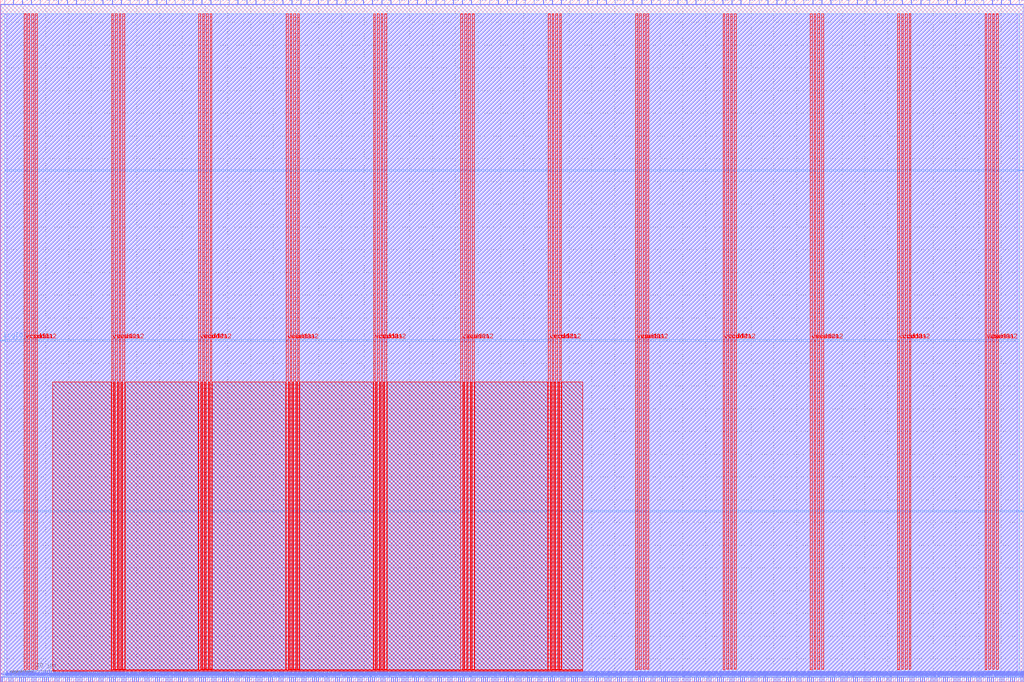
<source format=lef>
VERSION 5.7 ;
  NOWIREEXTENSIONATPIN ON ;
  DIVIDERCHAR "/" ;
  BUSBITCHARS "[]" ;
MACRO user_proj
  CLASS BLOCK ;
  FOREIGN user_proj ;
  ORIGIN 0.000 0.000 ;
  SIZE 900.000 BY 600.000 ;
  PIN io_in[0]
    DIRECTION INPUT ;
    USE SIGNAL ;
    PORT
      LAYER met2 ;
        RECT 3.770 596.000 4.050 600.000 ;
    END
  END io_in[0]
  PIN io_in[10]
    DIRECTION INPUT ;
    USE SIGNAL ;
    PORT
      LAYER met2 ;
        RECT 240.670 596.000 240.950 600.000 ;
    END
  END io_in[10]
  PIN io_in[11]
    DIRECTION INPUT ;
    USE SIGNAL ;
    PORT
      LAYER met2 ;
        RECT 264.130 596.000 264.410 600.000 ;
    END
  END io_in[11]
  PIN io_in[12]
    DIRECTION INPUT ;
    USE SIGNAL ;
    PORT
      LAYER met2 ;
        RECT 288.050 596.000 288.330 600.000 ;
    END
  END io_in[12]
  PIN io_in[13]
    DIRECTION INPUT ;
    USE SIGNAL ;
    PORT
      LAYER met2 ;
        RECT 311.510 596.000 311.790 600.000 ;
    END
  END io_in[13]
  PIN io_in[14]
    DIRECTION INPUT ;
    USE SIGNAL ;
    PORT
      LAYER met2 ;
        RECT 335.430 596.000 335.710 600.000 ;
    END
  END io_in[14]
  PIN io_in[15]
    DIRECTION INPUT ;
    USE SIGNAL ;
    PORT
      LAYER met2 ;
        RECT 358.890 596.000 359.170 600.000 ;
    END
  END io_in[15]
  PIN io_in[16]
    DIRECTION INPUT ;
    USE SIGNAL ;
    PORT
      LAYER met2 ;
        RECT 382.810 596.000 383.090 600.000 ;
    END
  END io_in[16]
  PIN io_in[17]
    DIRECTION INPUT ;
    USE SIGNAL ;
    PORT
      LAYER met2 ;
        RECT 406.270 596.000 406.550 600.000 ;
    END
  END io_in[17]
  PIN io_in[18]
    DIRECTION INPUT ;
    USE SIGNAL ;
    PORT
      LAYER met2 ;
        RECT 430.190 596.000 430.470 600.000 ;
    END
  END io_in[18]
  PIN io_in[19]
    DIRECTION INPUT ;
    USE SIGNAL ;
    PORT
      LAYER met2 ;
        RECT 453.650 596.000 453.930 600.000 ;
    END
  END io_in[19]
  PIN io_in[1]
    DIRECTION INPUT ;
    USE SIGNAL ;
    PORT
      LAYER met2 ;
        RECT 27.230 596.000 27.510 600.000 ;
    END
  END io_in[1]
  PIN io_in[20]
    DIRECTION INPUT ;
    USE SIGNAL ;
    PORT
      LAYER met2 ;
        RECT 477.570 596.000 477.850 600.000 ;
    END
  END io_in[20]
  PIN io_in[21]
    DIRECTION INPUT ;
    USE SIGNAL ;
    PORT
      LAYER met2 ;
        RECT 501.030 596.000 501.310 600.000 ;
    END
  END io_in[21]
  PIN io_in[22]
    DIRECTION INPUT ;
    USE SIGNAL ;
    PORT
      LAYER met2 ;
        RECT 524.950 596.000 525.230 600.000 ;
    END
  END io_in[22]
  PIN io_in[23]
    DIRECTION INPUT ;
    USE SIGNAL ;
    PORT
      LAYER met2 ;
        RECT 548.410 596.000 548.690 600.000 ;
    END
  END io_in[23]
  PIN io_in[24]
    DIRECTION INPUT ;
    USE SIGNAL ;
    PORT
      LAYER met2 ;
        RECT 572.330 596.000 572.610 600.000 ;
    END
  END io_in[24]
  PIN io_in[25]
    DIRECTION INPUT ;
    USE SIGNAL ;
    PORT
      LAYER met2 ;
        RECT 595.790 596.000 596.070 600.000 ;
    END
  END io_in[25]
  PIN io_in[26]
    DIRECTION INPUT ;
    USE SIGNAL ;
    PORT
      LAYER met2 ;
        RECT 619.710 596.000 619.990 600.000 ;
    END
  END io_in[26]
  PIN io_in[27]
    DIRECTION INPUT ;
    USE SIGNAL ;
    PORT
      LAYER met2 ;
        RECT 643.170 596.000 643.450 600.000 ;
    END
  END io_in[27]
  PIN io_in[28]
    DIRECTION INPUT ;
    USE SIGNAL ;
    PORT
      LAYER met2 ;
        RECT 667.090 596.000 667.370 600.000 ;
    END
  END io_in[28]
  PIN io_in[29]
    DIRECTION INPUT ;
    USE SIGNAL ;
    PORT
      LAYER met2 ;
        RECT 690.550 596.000 690.830 600.000 ;
    END
  END io_in[29]
  PIN io_in[2]
    DIRECTION INPUT ;
    USE SIGNAL ;
    PORT
      LAYER met2 ;
        RECT 51.150 596.000 51.430 600.000 ;
    END
  END io_in[2]
  PIN io_in[30]
    DIRECTION INPUT ;
    USE SIGNAL ;
    PORT
      LAYER met2 ;
        RECT 714.470 596.000 714.750 600.000 ;
    END
  END io_in[30]
  PIN io_in[31]
    DIRECTION INPUT ;
    USE SIGNAL ;
    PORT
      LAYER met2 ;
        RECT 737.930 596.000 738.210 600.000 ;
    END
  END io_in[31]
  PIN io_in[32]
    DIRECTION INPUT ;
    USE SIGNAL ;
    PORT
      LAYER met2 ;
        RECT 761.850 596.000 762.130 600.000 ;
    END
  END io_in[32]
  PIN io_in[33]
    DIRECTION INPUT ;
    USE SIGNAL ;
    PORT
      LAYER met2 ;
        RECT 785.310 596.000 785.590 600.000 ;
    END
  END io_in[33]
  PIN io_in[34]
    DIRECTION INPUT ;
    USE SIGNAL ;
    PORT
      LAYER met2 ;
        RECT 809.230 596.000 809.510 600.000 ;
    END
  END io_in[34]
  PIN io_in[35]
    DIRECTION INPUT ;
    USE SIGNAL ;
    PORT
      LAYER met2 ;
        RECT 832.690 596.000 832.970 600.000 ;
    END
  END io_in[35]
  PIN io_in[36]
    DIRECTION INPUT ;
    USE SIGNAL ;
    PORT
      LAYER met2 ;
        RECT 856.610 596.000 856.890 600.000 ;
    END
  END io_in[36]
  PIN io_in[37]
    DIRECTION INPUT ;
    USE SIGNAL ;
    PORT
      LAYER met2 ;
        RECT 880.070 596.000 880.350 600.000 ;
    END
  END io_in[37]
  PIN io_in[3]
    DIRECTION INPUT ;
    USE SIGNAL ;
    PORT
      LAYER met2 ;
        RECT 74.610 596.000 74.890 600.000 ;
    END
  END io_in[3]
  PIN io_in[4]
    DIRECTION INPUT ;
    USE SIGNAL ;
    PORT
      LAYER met2 ;
        RECT 98.530 596.000 98.810 600.000 ;
    END
  END io_in[4]
  PIN io_in[5]
    DIRECTION INPUT ;
    USE SIGNAL ;
    PORT
      LAYER met2 ;
        RECT 121.990 596.000 122.270 600.000 ;
    END
  END io_in[5]
  PIN io_in[6]
    DIRECTION INPUT ;
    USE SIGNAL ;
    PORT
      LAYER met2 ;
        RECT 145.910 596.000 146.190 600.000 ;
    END
  END io_in[6]
  PIN io_in[7]
    DIRECTION INPUT ;
    USE SIGNAL ;
    PORT
      LAYER met2 ;
        RECT 169.370 596.000 169.650 600.000 ;
    END
  END io_in[7]
  PIN io_in[8]
    DIRECTION INPUT ;
    USE SIGNAL ;
    PORT
      LAYER met2 ;
        RECT 193.290 596.000 193.570 600.000 ;
    END
  END io_in[8]
  PIN io_in[9]
    DIRECTION INPUT ;
    USE SIGNAL ;
    PORT
      LAYER met2 ;
        RECT 216.750 596.000 217.030 600.000 ;
    END
  END io_in[9]
  PIN io_oeb[0]
    DIRECTION OUTPUT TRISTATE ;
    USE SIGNAL ;
    PORT
      LAYER met2 ;
        RECT 11.590 596.000 11.870 600.000 ;
    END
  END io_oeb[0]
  PIN io_oeb[10]
    DIRECTION OUTPUT TRISTATE ;
    USE SIGNAL ;
    PORT
      LAYER met2 ;
        RECT 248.490 596.000 248.770 600.000 ;
    END
  END io_oeb[10]
  PIN io_oeb[11]
    DIRECTION OUTPUT TRISTATE ;
    USE SIGNAL ;
    PORT
      LAYER met2 ;
        RECT 271.950 596.000 272.230 600.000 ;
    END
  END io_oeb[11]
  PIN io_oeb[12]
    DIRECTION OUTPUT TRISTATE ;
    USE SIGNAL ;
    PORT
      LAYER met2 ;
        RECT 295.870 596.000 296.150 600.000 ;
    END
  END io_oeb[12]
  PIN io_oeb[13]
    DIRECTION OUTPUT TRISTATE ;
    USE SIGNAL ;
    PORT
      LAYER met2 ;
        RECT 319.330 596.000 319.610 600.000 ;
    END
  END io_oeb[13]
  PIN io_oeb[14]
    DIRECTION OUTPUT TRISTATE ;
    USE SIGNAL ;
    PORT
      LAYER met2 ;
        RECT 343.250 596.000 343.530 600.000 ;
    END
  END io_oeb[14]
  PIN io_oeb[15]
    DIRECTION OUTPUT TRISTATE ;
    USE SIGNAL ;
    PORT
      LAYER met2 ;
        RECT 366.710 596.000 366.990 600.000 ;
    END
  END io_oeb[15]
  PIN io_oeb[16]
    DIRECTION OUTPUT TRISTATE ;
    USE SIGNAL ;
    PORT
      LAYER met2 ;
        RECT 390.630 596.000 390.910 600.000 ;
    END
  END io_oeb[16]
  PIN io_oeb[17]
    DIRECTION OUTPUT TRISTATE ;
    USE SIGNAL ;
    PORT
      LAYER met2 ;
        RECT 414.090 596.000 414.370 600.000 ;
    END
  END io_oeb[17]
  PIN io_oeb[18]
    DIRECTION OUTPUT TRISTATE ;
    USE SIGNAL ;
    PORT
      LAYER met2 ;
        RECT 438.010 596.000 438.290 600.000 ;
    END
  END io_oeb[18]
  PIN io_oeb[19]
    DIRECTION OUTPUT TRISTATE ;
    USE SIGNAL ;
    PORT
      LAYER met2 ;
        RECT 461.470 596.000 461.750 600.000 ;
    END
  END io_oeb[19]
  PIN io_oeb[1]
    DIRECTION OUTPUT TRISTATE ;
    USE SIGNAL ;
    PORT
      LAYER met2 ;
        RECT 35.050 596.000 35.330 600.000 ;
    END
  END io_oeb[1]
  PIN io_oeb[20]
    DIRECTION OUTPUT TRISTATE ;
    USE SIGNAL ;
    PORT
      LAYER met2 ;
        RECT 485.390 596.000 485.670 600.000 ;
    END
  END io_oeb[20]
  PIN io_oeb[21]
    DIRECTION OUTPUT TRISTATE ;
    USE SIGNAL ;
    PORT
      LAYER met2 ;
        RECT 508.850 596.000 509.130 600.000 ;
    END
  END io_oeb[21]
  PIN io_oeb[22]
    DIRECTION OUTPUT TRISTATE ;
    USE SIGNAL ;
    PORT
      LAYER met2 ;
        RECT 532.770 596.000 533.050 600.000 ;
    END
  END io_oeb[22]
  PIN io_oeb[23]
    DIRECTION OUTPUT TRISTATE ;
    USE SIGNAL ;
    PORT
      LAYER met2 ;
        RECT 556.230 596.000 556.510 600.000 ;
    END
  END io_oeb[23]
  PIN io_oeb[24]
    DIRECTION OUTPUT TRISTATE ;
    USE SIGNAL ;
    PORT
      LAYER met2 ;
        RECT 580.150 596.000 580.430 600.000 ;
    END
  END io_oeb[24]
  PIN io_oeb[25]
    DIRECTION OUTPUT TRISTATE ;
    USE SIGNAL ;
    PORT
      LAYER met2 ;
        RECT 603.610 596.000 603.890 600.000 ;
    END
  END io_oeb[25]
  PIN io_oeb[26]
    DIRECTION OUTPUT TRISTATE ;
    USE SIGNAL ;
    PORT
      LAYER met2 ;
        RECT 627.530 596.000 627.810 600.000 ;
    END
  END io_oeb[26]
  PIN io_oeb[27]
    DIRECTION OUTPUT TRISTATE ;
    USE SIGNAL ;
    PORT
      LAYER met2 ;
        RECT 650.990 596.000 651.270 600.000 ;
    END
  END io_oeb[27]
  PIN io_oeb[28]
    DIRECTION OUTPUT TRISTATE ;
    USE SIGNAL ;
    PORT
      LAYER met2 ;
        RECT 674.910 596.000 675.190 600.000 ;
    END
  END io_oeb[28]
  PIN io_oeb[29]
    DIRECTION OUTPUT TRISTATE ;
    USE SIGNAL ;
    PORT
      LAYER met2 ;
        RECT 698.370 596.000 698.650 600.000 ;
    END
  END io_oeb[29]
  PIN io_oeb[2]
    DIRECTION OUTPUT TRISTATE ;
    USE SIGNAL ;
    PORT
      LAYER met2 ;
        RECT 58.970 596.000 59.250 600.000 ;
    END
  END io_oeb[2]
  PIN io_oeb[30]
    DIRECTION OUTPUT TRISTATE ;
    USE SIGNAL ;
    PORT
      LAYER met2 ;
        RECT 722.290 596.000 722.570 600.000 ;
    END
  END io_oeb[30]
  PIN io_oeb[31]
    DIRECTION OUTPUT TRISTATE ;
    USE SIGNAL ;
    PORT
      LAYER met2 ;
        RECT 745.750 596.000 746.030 600.000 ;
    END
  END io_oeb[31]
  PIN io_oeb[32]
    DIRECTION OUTPUT TRISTATE ;
    USE SIGNAL ;
    PORT
      LAYER met2 ;
        RECT 769.670 596.000 769.950 600.000 ;
    END
  END io_oeb[32]
  PIN io_oeb[33]
    DIRECTION OUTPUT TRISTATE ;
    USE SIGNAL ;
    PORT
      LAYER met2 ;
        RECT 793.130 596.000 793.410 600.000 ;
    END
  END io_oeb[33]
  PIN io_oeb[34]
    DIRECTION OUTPUT TRISTATE ;
    USE SIGNAL ;
    PORT
      LAYER met2 ;
        RECT 817.050 596.000 817.330 600.000 ;
    END
  END io_oeb[34]
  PIN io_oeb[35]
    DIRECTION OUTPUT TRISTATE ;
    USE SIGNAL ;
    PORT
      LAYER met2 ;
        RECT 840.510 596.000 840.790 600.000 ;
    END
  END io_oeb[35]
  PIN io_oeb[36]
    DIRECTION OUTPUT TRISTATE ;
    USE SIGNAL ;
    PORT
      LAYER met2 ;
        RECT 864.430 596.000 864.710 600.000 ;
    END
  END io_oeb[36]
  PIN io_oeb[37]
    DIRECTION OUTPUT TRISTATE ;
    USE SIGNAL ;
    PORT
      LAYER met2 ;
        RECT 887.890 596.000 888.170 600.000 ;
    END
  END io_oeb[37]
  PIN io_oeb[3]
    DIRECTION OUTPUT TRISTATE ;
    USE SIGNAL ;
    PORT
      LAYER met2 ;
        RECT 82.430 596.000 82.710 600.000 ;
    END
  END io_oeb[3]
  PIN io_oeb[4]
    DIRECTION OUTPUT TRISTATE ;
    USE SIGNAL ;
    PORT
      LAYER met2 ;
        RECT 106.350 596.000 106.630 600.000 ;
    END
  END io_oeb[4]
  PIN io_oeb[5]
    DIRECTION OUTPUT TRISTATE ;
    USE SIGNAL ;
    PORT
      LAYER met2 ;
        RECT 129.810 596.000 130.090 600.000 ;
    END
  END io_oeb[5]
  PIN io_oeb[6]
    DIRECTION OUTPUT TRISTATE ;
    USE SIGNAL ;
    PORT
      LAYER met2 ;
        RECT 153.730 596.000 154.010 600.000 ;
    END
  END io_oeb[6]
  PIN io_oeb[7]
    DIRECTION OUTPUT TRISTATE ;
    USE SIGNAL ;
    PORT
      LAYER met2 ;
        RECT 177.190 596.000 177.470 600.000 ;
    END
  END io_oeb[7]
  PIN io_oeb[8]
    DIRECTION OUTPUT TRISTATE ;
    USE SIGNAL ;
    PORT
      LAYER met2 ;
        RECT 201.110 596.000 201.390 600.000 ;
    END
  END io_oeb[8]
  PIN io_oeb[9]
    DIRECTION OUTPUT TRISTATE ;
    USE SIGNAL ;
    PORT
      LAYER met2 ;
        RECT 224.570 596.000 224.850 600.000 ;
    END
  END io_oeb[9]
  PIN io_out[0]
    DIRECTION OUTPUT TRISTATE ;
    USE SIGNAL ;
    PORT
      LAYER met2 ;
        RECT 19.410 596.000 19.690 600.000 ;
    END
  END io_out[0]
  PIN io_out[10]
    DIRECTION OUTPUT TRISTATE ;
    USE SIGNAL ;
    PORT
      LAYER met2 ;
        RECT 256.310 596.000 256.590 600.000 ;
    END
  END io_out[10]
  PIN io_out[11]
    DIRECTION OUTPUT TRISTATE ;
    USE SIGNAL ;
    PORT
      LAYER met2 ;
        RECT 279.770 596.000 280.050 600.000 ;
    END
  END io_out[11]
  PIN io_out[12]
    DIRECTION OUTPUT TRISTATE ;
    USE SIGNAL ;
    PORT
      LAYER met2 ;
        RECT 303.690 596.000 303.970 600.000 ;
    END
  END io_out[12]
  PIN io_out[13]
    DIRECTION OUTPUT TRISTATE ;
    USE SIGNAL ;
    PORT
      LAYER met2 ;
        RECT 327.150 596.000 327.430 600.000 ;
    END
  END io_out[13]
  PIN io_out[14]
    DIRECTION OUTPUT TRISTATE ;
    USE SIGNAL ;
    PORT
      LAYER met2 ;
        RECT 351.070 596.000 351.350 600.000 ;
    END
  END io_out[14]
  PIN io_out[15]
    DIRECTION OUTPUT TRISTATE ;
    USE SIGNAL ;
    PORT
      LAYER met2 ;
        RECT 374.530 596.000 374.810 600.000 ;
    END
  END io_out[15]
  PIN io_out[16]
    DIRECTION OUTPUT TRISTATE ;
    USE SIGNAL ;
    PORT
      LAYER met2 ;
        RECT 398.450 596.000 398.730 600.000 ;
    END
  END io_out[16]
  PIN io_out[17]
    DIRECTION OUTPUT TRISTATE ;
    USE SIGNAL ;
    PORT
      LAYER met2 ;
        RECT 421.910 596.000 422.190 600.000 ;
    END
  END io_out[17]
  PIN io_out[18]
    DIRECTION OUTPUT TRISTATE ;
    USE SIGNAL ;
    PORT
      LAYER met2 ;
        RECT 445.830 596.000 446.110 600.000 ;
    END
  END io_out[18]
  PIN io_out[19]
    DIRECTION OUTPUT TRISTATE ;
    USE SIGNAL ;
    PORT
      LAYER met2 ;
        RECT 469.290 596.000 469.570 600.000 ;
    END
  END io_out[19]
  PIN io_out[1]
    DIRECTION OUTPUT TRISTATE ;
    USE SIGNAL ;
    PORT
      LAYER met2 ;
        RECT 42.870 596.000 43.150 600.000 ;
    END
  END io_out[1]
  PIN io_out[20]
    DIRECTION OUTPUT TRISTATE ;
    USE SIGNAL ;
    PORT
      LAYER met2 ;
        RECT 493.210 596.000 493.490 600.000 ;
    END
  END io_out[20]
  PIN io_out[21]
    DIRECTION OUTPUT TRISTATE ;
    USE SIGNAL ;
    PORT
      LAYER met2 ;
        RECT 516.670 596.000 516.950 600.000 ;
    END
  END io_out[21]
  PIN io_out[22]
    DIRECTION OUTPUT TRISTATE ;
    USE SIGNAL ;
    PORT
      LAYER met2 ;
        RECT 540.590 596.000 540.870 600.000 ;
    END
  END io_out[22]
  PIN io_out[23]
    DIRECTION OUTPUT TRISTATE ;
    USE SIGNAL ;
    PORT
      LAYER met2 ;
        RECT 564.050 596.000 564.330 600.000 ;
    END
  END io_out[23]
  PIN io_out[24]
    DIRECTION OUTPUT TRISTATE ;
    USE SIGNAL ;
    PORT
      LAYER met2 ;
        RECT 587.970 596.000 588.250 600.000 ;
    END
  END io_out[24]
  PIN io_out[25]
    DIRECTION OUTPUT TRISTATE ;
    USE SIGNAL ;
    PORT
      LAYER met2 ;
        RECT 611.430 596.000 611.710 600.000 ;
    END
  END io_out[25]
  PIN io_out[26]
    DIRECTION OUTPUT TRISTATE ;
    USE SIGNAL ;
    PORT
      LAYER met2 ;
        RECT 635.350 596.000 635.630 600.000 ;
    END
  END io_out[26]
  PIN io_out[27]
    DIRECTION OUTPUT TRISTATE ;
    USE SIGNAL ;
    PORT
      LAYER met2 ;
        RECT 658.810 596.000 659.090 600.000 ;
    END
  END io_out[27]
  PIN io_out[28]
    DIRECTION OUTPUT TRISTATE ;
    USE SIGNAL ;
    PORT
      LAYER met2 ;
        RECT 682.730 596.000 683.010 600.000 ;
    END
  END io_out[28]
  PIN io_out[29]
    DIRECTION OUTPUT TRISTATE ;
    USE SIGNAL ;
    PORT
      LAYER met2 ;
        RECT 706.190 596.000 706.470 600.000 ;
    END
  END io_out[29]
  PIN io_out[2]
    DIRECTION OUTPUT TRISTATE ;
    USE SIGNAL ;
    PORT
      LAYER met2 ;
        RECT 66.790 596.000 67.070 600.000 ;
    END
  END io_out[2]
  PIN io_out[30]
    DIRECTION OUTPUT TRISTATE ;
    USE SIGNAL ;
    PORT
      LAYER met2 ;
        RECT 730.110 596.000 730.390 600.000 ;
    END
  END io_out[30]
  PIN io_out[31]
    DIRECTION OUTPUT TRISTATE ;
    USE SIGNAL ;
    PORT
      LAYER met2 ;
        RECT 753.570 596.000 753.850 600.000 ;
    END
  END io_out[31]
  PIN io_out[32]
    DIRECTION OUTPUT TRISTATE ;
    USE SIGNAL ;
    PORT
      LAYER met2 ;
        RECT 777.490 596.000 777.770 600.000 ;
    END
  END io_out[32]
  PIN io_out[33]
    DIRECTION OUTPUT TRISTATE ;
    USE SIGNAL ;
    PORT
      LAYER met2 ;
        RECT 800.950 596.000 801.230 600.000 ;
    END
  END io_out[33]
  PIN io_out[34]
    DIRECTION OUTPUT TRISTATE ;
    USE SIGNAL ;
    PORT
      LAYER met2 ;
        RECT 824.870 596.000 825.150 600.000 ;
    END
  END io_out[34]
  PIN io_out[35]
    DIRECTION OUTPUT TRISTATE ;
    USE SIGNAL ;
    PORT
      LAYER met2 ;
        RECT 848.330 596.000 848.610 600.000 ;
    END
  END io_out[35]
  PIN io_out[36]
    DIRECTION OUTPUT TRISTATE ;
    USE SIGNAL ;
    PORT
      LAYER met2 ;
        RECT 872.250 596.000 872.530 600.000 ;
    END
  END io_out[36]
  PIN io_out[37]
    DIRECTION OUTPUT TRISTATE ;
    USE SIGNAL ;
    PORT
      LAYER met2 ;
        RECT 895.710 596.000 895.990 600.000 ;
    END
  END io_out[37]
  PIN io_out[3]
    DIRECTION OUTPUT TRISTATE ;
    USE SIGNAL ;
    PORT
      LAYER met2 ;
        RECT 90.250 596.000 90.530 600.000 ;
    END
  END io_out[3]
  PIN io_out[4]
    DIRECTION OUTPUT TRISTATE ;
    USE SIGNAL ;
    PORT
      LAYER met2 ;
        RECT 114.170 596.000 114.450 600.000 ;
    END
  END io_out[4]
  PIN io_out[5]
    DIRECTION OUTPUT TRISTATE ;
    USE SIGNAL ;
    PORT
      LAYER met2 ;
        RECT 137.630 596.000 137.910 600.000 ;
    END
  END io_out[5]
  PIN io_out[6]
    DIRECTION OUTPUT TRISTATE ;
    USE SIGNAL ;
    PORT
      LAYER met2 ;
        RECT 161.550 596.000 161.830 600.000 ;
    END
  END io_out[6]
  PIN io_out[7]
    DIRECTION OUTPUT TRISTATE ;
    USE SIGNAL ;
    PORT
      LAYER met2 ;
        RECT 185.010 596.000 185.290 600.000 ;
    END
  END io_out[7]
  PIN io_out[8]
    DIRECTION OUTPUT TRISTATE ;
    USE SIGNAL ;
    PORT
      LAYER met2 ;
        RECT 208.930 596.000 209.210 600.000 ;
    END
  END io_out[8]
  PIN io_out[9]
    DIRECTION OUTPUT TRISTATE ;
    USE SIGNAL ;
    PORT
      LAYER met2 ;
        RECT 232.390 596.000 232.670 600.000 ;
    END
  END io_out[9]
  PIN irq[0]
    DIRECTION OUTPUT TRISTATE ;
    USE SIGNAL ;
    PORT
      LAYER met3 ;
        RECT 0.000 299.920 4.000 300.520 ;
    END
  END irq[0]
  PIN irq[1]
    DIRECTION OUTPUT TRISTATE ;
    USE SIGNAL ;
    PORT
      LAYER met3 ;
        RECT 896.000 149.640 900.000 150.240 ;
    END
  END irq[1]
  PIN irq[2]
    DIRECTION OUTPUT TRISTATE ;
    USE SIGNAL ;
    PORT
      LAYER met3 ;
        RECT 896.000 449.520 900.000 450.120 ;
    END
  END irq[2]
  PIN la_data_in[0]
    DIRECTION INPUT ;
    USE SIGNAL ;
    PORT
      LAYER met2 ;
        RECT 195.130 0.000 195.410 4.000 ;
    END
  END la_data_in[0]
  PIN la_data_in[100]
    DIRECTION INPUT ;
    USE SIGNAL ;
    PORT
      LAYER met2 ;
        RECT 746.210 0.000 746.490 4.000 ;
    END
  END la_data_in[100]
  PIN la_data_in[101]
    DIRECTION INPUT ;
    USE SIGNAL ;
    PORT
      LAYER met2 ;
        RECT 751.730 0.000 752.010 4.000 ;
    END
  END la_data_in[101]
  PIN la_data_in[102]
    DIRECTION INPUT ;
    USE SIGNAL ;
    PORT
      LAYER met2 ;
        RECT 757.250 0.000 757.530 4.000 ;
    END
  END la_data_in[102]
  PIN la_data_in[103]
    DIRECTION INPUT ;
    USE SIGNAL ;
    PORT
      LAYER met2 ;
        RECT 762.770 0.000 763.050 4.000 ;
    END
  END la_data_in[103]
  PIN la_data_in[104]
    DIRECTION INPUT ;
    USE SIGNAL ;
    PORT
      LAYER met2 ;
        RECT 768.290 0.000 768.570 4.000 ;
    END
  END la_data_in[104]
  PIN la_data_in[105]
    DIRECTION INPUT ;
    USE SIGNAL ;
    PORT
      LAYER met2 ;
        RECT 773.810 0.000 774.090 4.000 ;
    END
  END la_data_in[105]
  PIN la_data_in[106]
    DIRECTION INPUT ;
    USE SIGNAL ;
    PORT
      LAYER met2 ;
        RECT 779.330 0.000 779.610 4.000 ;
    END
  END la_data_in[106]
  PIN la_data_in[107]
    DIRECTION INPUT ;
    USE SIGNAL ;
    PORT
      LAYER met2 ;
        RECT 784.850 0.000 785.130 4.000 ;
    END
  END la_data_in[107]
  PIN la_data_in[108]
    DIRECTION INPUT ;
    USE SIGNAL ;
    PORT
      LAYER met2 ;
        RECT 790.370 0.000 790.650 4.000 ;
    END
  END la_data_in[108]
  PIN la_data_in[109]
    DIRECTION INPUT ;
    USE SIGNAL ;
    PORT
      LAYER met2 ;
        RECT 795.890 0.000 796.170 4.000 ;
    END
  END la_data_in[109]
  PIN la_data_in[10]
    DIRECTION INPUT ;
    USE SIGNAL ;
    PORT
      LAYER met2 ;
        RECT 250.330 0.000 250.610 4.000 ;
    END
  END la_data_in[10]
  PIN la_data_in[110]
    DIRECTION INPUT ;
    USE SIGNAL ;
    PORT
      LAYER met2 ;
        RECT 801.410 0.000 801.690 4.000 ;
    END
  END la_data_in[110]
  PIN la_data_in[111]
    DIRECTION INPUT ;
    USE SIGNAL ;
    PORT
      LAYER met2 ;
        RECT 806.930 0.000 807.210 4.000 ;
    END
  END la_data_in[111]
  PIN la_data_in[112]
    DIRECTION INPUT ;
    USE SIGNAL ;
    PORT
      LAYER met2 ;
        RECT 812.450 0.000 812.730 4.000 ;
    END
  END la_data_in[112]
  PIN la_data_in[113]
    DIRECTION INPUT ;
    USE SIGNAL ;
    PORT
      LAYER met2 ;
        RECT 817.970 0.000 818.250 4.000 ;
    END
  END la_data_in[113]
  PIN la_data_in[114]
    DIRECTION INPUT ;
    USE SIGNAL ;
    PORT
      LAYER met2 ;
        RECT 823.490 0.000 823.770 4.000 ;
    END
  END la_data_in[114]
  PIN la_data_in[115]
    DIRECTION INPUT ;
    USE SIGNAL ;
    PORT
      LAYER met2 ;
        RECT 829.010 0.000 829.290 4.000 ;
    END
  END la_data_in[115]
  PIN la_data_in[116]
    DIRECTION INPUT ;
    USE SIGNAL ;
    PORT
      LAYER met2 ;
        RECT 834.530 0.000 834.810 4.000 ;
    END
  END la_data_in[116]
  PIN la_data_in[117]
    DIRECTION INPUT ;
    USE SIGNAL ;
    PORT
      LAYER met2 ;
        RECT 840.050 0.000 840.330 4.000 ;
    END
  END la_data_in[117]
  PIN la_data_in[118]
    DIRECTION INPUT ;
    USE SIGNAL ;
    PORT
      LAYER met2 ;
        RECT 845.570 0.000 845.850 4.000 ;
    END
  END la_data_in[118]
  PIN la_data_in[119]
    DIRECTION INPUT ;
    USE SIGNAL ;
    PORT
      LAYER met2 ;
        RECT 851.090 0.000 851.370 4.000 ;
    END
  END la_data_in[119]
  PIN la_data_in[11]
    DIRECTION INPUT ;
    USE SIGNAL ;
    PORT
      LAYER met2 ;
        RECT 255.850 0.000 256.130 4.000 ;
    END
  END la_data_in[11]
  PIN la_data_in[120]
    DIRECTION INPUT ;
    USE SIGNAL ;
    PORT
      LAYER met2 ;
        RECT 856.610 0.000 856.890 4.000 ;
    END
  END la_data_in[120]
  PIN la_data_in[121]
    DIRECTION INPUT ;
    USE SIGNAL ;
    PORT
      LAYER met2 ;
        RECT 862.130 0.000 862.410 4.000 ;
    END
  END la_data_in[121]
  PIN la_data_in[122]
    DIRECTION INPUT ;
    USE SIGNAL ;
    PORT
      LAYER met2 ;
        RECT 867.650 0.000 867.930 4.000 ;
    END
  END la_data_in[122]
  PIN la_data_in[123]
    DIRECTION INPUT ;
    USE SIGNAL ;
    PORT
      LAYER met2 ;
        RECT 873.170 0.000 873.450 4.000 ;
    END
  END la_data_in[123]
  PIN la_data_in[124]
    DIRECTION INPUT ;
    USE SIGNAL ;
    PORT
      LAYER met2 ;
        RECT 878.690 0.000 878.970 4.000 ;
    END
  END la_data_in[124]
  PIN la_data_in[125]
    DIRECTION INPUT ;
    USE SIGNAL ;
    PORT
      LAYER met2 ;
        RECT 884.210 0.000 884.490 4.000 ;
    END
  END la_data_in[125]
  PIN la_data_in[126]
    DIRECTION INPUT ;
    USE SIGNAL ;
    PORT
      LAYER met2 ;
        RECT 889.730 0.000 890.010 4.000 ;
    END
  END la_data_in[126]
  PIN la_data_in[127]
    DIRECTION INPUT ;
    USE SIGNAL ;
    PORT
      LAYER met2 ;
        RECT 895.250 0.000 895.530 4.000 ;
    END
  END la_data_in[127]
  PIN la_data_in[12]
    DIRECTION INPUT ;
    USE SIGNAL ;
    PORT
      LAYER met2 ;
        RECT 261.370 0.000 261.650 4.000 ;
    END
  END la_data_in[12]
  PIN la_data_in[13]
    DIRECTION INPUT ;
    USE SIGNAL ;
    PORT
      LAYER met2 ;
        RECT 266.890 0.000 267.170 4.000 ;
    END
  END la_data_in[13]
  PIN la_data_in[14]
    DIRECTION INPUT ;
    USE SIGNAL ;
    PORT
      LAYER met2 ;
        RECT 272.410 0.000 272.690 4.000 ;
    END
  END la_data_in[14]
  PIN la_data_in[15]
    DIRECTION INPUT ;
    USE SIGNAL ;
    PORT
      LAYER met2 ;
        RECT 277.930 0.000 278.210 4.000 ;
    END
  END la_data_in[15]
  PIN la_data_in[16]
    DIRECTION INPUT ;
    USE SIGNAL ;
    PORT
      LAYER met2 ;
        RECT 283.450 0.000 283.730 4.000 ;
    END
  END la_data_in[16]
  PIN la_data_in[17]
    DIRECTION INPUT ;
    USE SIGNAL ;
    PORT
      LAYER met2 ;
        RECT 288.970 0.000 289.250 4.000 ;
    END
  END la_data_in[17]
  PIN la_data_in[18]
    DIRECTION INPUT ;
    USE SIGNAL ;
    PORT
      LAYER met2 ;
        RECT 294.490 0.000 294.770 4.000 ;
    END
  END la_data_in[18]
  PIN la_data_in[19]
    DIRECTION INPUT ;
    USE SIGNAL ;
    PORT
      LAYER met2 ;
        RECT 300.010 0.000 300.290 4.000 ;
    END
  END la_data_in[19]
  PIN la_data_in[1]
    DIRECTION INPUT ;
    USE SIGNAL ;
    PORT
      LAYER met2 ;
        RECT 200.650 0.000 200.930 4.000 ;
    END
  END la_data_in[1]
  PIN la_data_in[20]
    DIRECTION INPUT ;
    USE SIGNAL ;
    PORT
      LAYER met2 ;
        RECT 305.070 0.000 305.350 4.000 ;
    END
  END la_data_in[20]
  PIN la_data_in[21]
    DIRECTION INPUT ;
    USE SIGNAL ;
    PORT
      LAYER met2 ;
        RECT 310.590 0.000 310.870 4.000 ;
    END
  END la_data_in[21]
  PIN la_data_in[22]
    DIRECTION INPUT ;
    USE SIGNAL ;
    PORT
      LAYER met2 ;
        RECT 316.110 0.000 316.390 4.000 ;
    END
  END la_data_in[22]
  PIN la_data_in[23]
    DIRECTION INPUT ;
    USE SIGNAL ;
    PORT
      LAYER met2 ;
        RECT 321.630 0.000 321.910 4.000 ;
    END
  END la_data_in[23]
  PIN la_data_in[24]
    DIRECTION INPUT ;
    USE SIGNAL ;
    PORT
      LAYER met2 ;
        RECT 327.150 0.000 327.430 4.000 ;
    END
  END la_data_in[24]
  PIN la_data_in[25]
    DIRECTION INPUT ;
    USE SIGNAL ;
    PORT
      LAYER met2 ;
        RECT 332.670 0.000 332.950 4.000 ;
    END
  END la_data_in[25]
  PIN la_data_in[26]
    DIRECTION INPUT ;
    USE SIGNAL ;
    PORT
      LAYER met2 ;
        RECT 338.190 0.000 338.470 4.000 ;
    END
  END la_data_in[26]
  PIN la_data_in[27]
    DIRECTION INPUT ;
    USE SIGNAL ;
    PORT
      LAYER met2 ;
        RECT 343.710 0.000 343.990 4.000 ;
    END
  END la_data_in[27]
  PIN la_data_in[28]
    DIRECTION INPUT ;
    USE SIGNAL ;
    PORT
      LAYER met2 ;
        RECT 349.230 0.000 349.510 4.000 ;
    END
  END la_data_in[28]
  PIN la_data_in[29]
    DIRECTION INPUT ;
    USE SIGNAL ;
    PORT
      LAYER met2 ;
        RECT 354.750 0.000 355.030 4.000 ;
    END
  END la_data_in[29]
  PIN la_data_in[2]
    DIRECTION INPUT ;
    USE SIGNAL ;
    PORT
      LAYER met2 ;
        RECT 206.170 0.000 206.450 4.000 ;
    END
  END la_data_in[2]
  PIN la_data_in[30]
    DIRECTION INPUT ;
    USE SIGNAL ;
    PORT
      LAYER met2 ;
        RECT 360.270 0.000 360.550 4.000 ;
    END
  END la_data_in[30]
  PIN la_data_in[31]
    DIRECTION INPUT ;
    USE SIGNAL ;
    PORT
      LAYER met2 ;
        RECT 365.790 0.000 366.070 4.000 ;
    END
  END la_data_in[31]
  PIN la_data_in[32]
    DIRECTION INPUT ;
    USE SIGNAL ;
    PORT
      LAYER met2 ;
        RECT 371.310 0.000 371.590 4.000 ;
    END
  END la_data_in[32]
  PIN la_data_in[33]
    DIRECTION INPUT ;
    USE SIGNAL ;
    PORT
      LAYER met2 ;
        RECT 376.830 0.000 377.110 4.000 ;
    END
  END la_data_in[33]
  PIN la_data_in[34]
    DIRECTION INPUT ;
    USE SIGNAL ;
    PORT
      LAYER met2 ;
        RECT 382.350 0.000 382.630 4.000 ;
    END
  END la_data_in[34]
  PIN la_data_in[35]
    DIRECTION INPUT ;
    USE SIGNAL ;
    PORT
      LAYER met2 ;
        RECT 387.870 0.000 388.150 4.000 ;
    END
  END la_data_in[35]
  PIN la_data_in[36]
    DIRECTION INPUT ;
    USE SIGNAL ;
    PORT
      LAYER met2 ;
        RECT 393.390 0.000 393.670 4.000 ;
    END
  END la_data_in[36]
  PIN la_data_in[37]
    DIRECTION INPUT ;
    USE SIGNAL ;
    PORT
      LAYER met2 ;
        RECT 398.910 0.000 399.190 4.000 ;
    END
  END la_data_in[37]
  PIN la_data_in[38]
    DIRECTION INPUT ;
    USE SIGNAL ;
    PORT
      LAYER met2 ;
        RECT 404.430 0.000 404.710 4.000 ;
    END
  END la_data_in[38]
  PIN la_data_in[39]
    DIRECTION INPUT ;
    USE SIGNAL ;
    PORT
      LAYER met2 ;
        RECT 409.950 0.000 410.230 4.000 ;
    END
  END la_data_in[39]
  PIN la_data_in[3]
    DIRECTION INPUT ;
    USE SIGNAL ;
    PORT
      LAYER met2 ;
        RECT 211.690 0.000 211.970 4.000 ;
    END
  END la_data_in[3]
  PIN la_data_in[40]
    DIRECTION INPUT ;
    USE SIGNAL ;
    PORT
      LAYER met2 ;
        RECT 415.470 0.000 415.750 4.000 ;
    END
  END la_data_in[40]
  PIN la_data_in[41]
    DIRECTION INPUT ;
    USE SIGNAL ;
    PORT
      LAYER met2 ;
        RECT 420.990 0.000 421.270 4.000 ;
    END
  END la_data_in[41]
  PIN la_data_in[42]
    DIRECTION INPUT ;
    USE SIGNAL ;
    PORT
      LAYER met2 ;
        RECT 426.510 0.000 426.790 4.000 ;
    END
  END la_data_in[42]
  PIN la_data_in[43]
    DIRECTION INPUT ;
    USE SIGNAL ;
    PORT
      LAYER met2 ;
        RECT 432.030 0.000 432.310 4.000 ;
    END
  END la_data_in[43]
  PIN la_data_in[44]
    DIRECTION INPUT ;
    USE SIGNAL ;
    PORT
      LAYER met2 ;
        RECT 437.550 0.000 437.830 4.000 ;
    END
  END la_data_in[44]
  PIN la_data_in[45]
    DIRECTION INPUT ;
    USE SIGNAL ;
    PORT
      LAYER met2 ;
        RECT 443.070 0.000 443.350 4.000 ;
    END
  END la_data_in[45]
  PIN la_data_in[46]
    DIRECTION INPUT ;
    USE SIGNAL ;
    PORT
      LAYER met2 ;
        RECT 448.590 0.000 448.870 4.000 ;
    END
  END la_data_in[46]
  PIN la_data_in[47]
    DIRECTION INPUT ;
    USE SIGNAL ;
    PORT
      LAYER met2 ;
        RECT 454.110 0.000 454.390 4.000 ;
    END
  END la_data_in[47]
  PIN la_data_in[48]
    DIRECTION INPUT ;
    USE SIGNAL ;
    PORT
      LAYER met2 ;
        RECT 459.630 0.000 459.910 4.000 ;
    END
  END la_data_in[48]
  PIN la_data_in[49]
    DIRECTION INPUT ;
    USE SIGNAL ;
    PORT
      LAYER met2 ;
        RECT 465.150 0.000 465.430 4.000 ;
    END
  END la_data_in[49]
  PIN la_data_in[4]
    DIRECTION INPUT ;
    USE SIGNAL ;
    PORT
      LAYER met2 ;
        RECT 217.210 0.000 217.490 4.000 ;
    END
  END la_data_in[4]
  PIN la_data_in[50]
    DIRECTION INPUT ;
    USE SIGNAL ;
    PORT
      LAYER met2 ;
        RECT 470.670 0.000 470.950 4.000 ;
    END
  END la_data_in[50]
  PIN la_data_in[51]
    DIRECTION INPUT ;
    USE SIGNAL ;
    PORT
      LAYER met2 ;
        RECT 476.190 0.000 476.470 4.000 ;
    END
  END la_data_in[51]
  PIN la_data_in[52]
    DIRECTION INPUT ;
    USE SIGNAL ;
    PORT
      LAYER met2 ;
        RECT 481.710 0.000 481.990 4.000 ;
    END
  END la_data_in[52]
  PIN la_data_in[53]
    DIRECTION INPUT ;
    USE SIGNAL ;
    PORT
      LAYER met2 ;
        RECT 487.230 0.000 487.510 4.000 ;
    END
  END la_data_in[53]
  PIN la_data_in[54]
    DIRECTION INPUT ;
    USE SIGNAL ;
    PORT
      LAYER met2 ;
        RECT 492.750 0.000 493.030 4.000 ;
    END
  END la_data_in[54]
  PIN la_data_in[55]
    DIRECTION INPUT ;
    USE SIGNAL ;
    PORT
      LAYER met2 ;
        RECT 498.270 0.000 498.550 4.000 ;
    END
  END la_data_in[55]
  PIN la_data_in[56]
    DIRECTION INPUT ;
    USE SIGNAL ;
    PORT
      LAYER met2 ;
        RECT 503.790 0.000 504.070 4.000 ;
    END
  END la_data_in[56]
  PIN la_data_in[57]
    DIRECTION INPUT ;
    USE SIGNAL ;
    PORT
      LAYER met2 ;
        RECT 509.310 0.000 509.590 4.000 ;
    END
  END la_data_in[57]
  PIN la_data_in[58]
    DIRECTION INPUT ;
    USE SIGNAL ;
    PORT
      LAYER met2 ;
        RECT 514.830 0.000 515.110 4.000 ;
    END
  END la_data_in[58]
  PIN la_data_in[59]
    DIRECTION INPUT ;
    USE SIGNAL ;
    PORT
      LAYER met2 ;
        RECT 520.350 0.000 520.630 4.000 ;
    END
  END la_data_in[59]
  PIN la_data_in[5]
    DIRECTION INPUT ;
    USE SIGNAL ;
    PORT
      LAYER met2 ;
        RECT 222.730 0.000 223.010 4.000 ;
    END
  END la_data_in[5]
  PIN la_data_in[60]
    DIRECTION INPUT ;
    USE SIGNAL ;
    PORT
      LAYER met2 ;
        RECT 525.870 0.000 526.150 4.000 ;
    END
  END la_data_in[60]
  PIN la_data_in[61]
    DIRECTION INPUT ;
    USE SIGNAL ;
    PORT
      LAYER met2 ;
        RECT 531.390 0.000 531.670 4.000 ;
    END
  END la_data_in[61]
  PIN la_data_in[62]
    DIRECTION INPUT ;
    USE SIGNAL ;
    PORT
      LAYER met2 ;
        RECT 536.910 0.000 537.190 4.000 ;
    END
  END la_data_in[62]
  PIN la_data_in[63]
    DIRECTION INPUT ;
    USE SIGNAL ;
    PORT
      LAYER met2 ;
        RECT 542.430 0.000 542.710 4.000 ;
    END
  END la_data_in[63]
  PIN la_data_in[64]
    DIRECTION INPUT ;
    USE SIGNAL ;
    PORT
      LAYER met2 ;
        RECT 547.950 0.000 548.230 4.000 ;
    END
  END la_data_in[64]
  PIN la_data_in[65]
    DIRECTION INPUT ;
    USE SIGNAL ;
    PORT
      LAYER met2 ;
        RECT 553.470 0.000 553.750 4.000 ;
    END
  END la_data_in[65]
  PIN la_data_in[66]
    DIRECTION INPUT ;
    USE SIGNAL ;
    PORT
      LAYER met2 ;
        RECT 558.990 0.000 559.270 4.000 ;
    END
  END la_data_in[66]
  PIN la_data_in[67]
    DIRECTION INPUT ;
    USE SIGNAL ;
    PORT
      LAYER met2 ;
        RECT 564.510 0.000 564.790 4.000 ;
    END
  END la_data_in[67]
  PIN la_data_in[68]
    DIRECTION INPUT ;
    USE SIGNAL ;
    PORT
      LAYER met2 ;
        RECT 570.030 0.000 570.310 4.000 ;
    END
  END la_data_in[68]
  PIN la_data_in[69]
    DIRECTION INPUT ;
    USE SIGNAL ;
    PORT
      LAYER met2 ;
        RECT 575.550 0.000 575.830 4.000 ;
    END
  END la_data_in[69]
  PIN la_data_in[6]
    DIRECTION INPUT ;
    USE SIGNAL ;
    PORT
      LAYER met2 ;
        RECT 228.250 0.000 228.530 4.000 ;
    END
  END la_data_in[6]
  PIN la_data_in[70]
    DIRECTION INPUT ;
    USE SIGNAL ;
    PORT
      LAYER met2 ;
        RECT 581.070 0.000 581.350 4.000 ;
    END
  END la_data_in[70]
  PIN la_data_in[71]
    DIRECTION INPUT ;
    USE SIGNAL ;
    PORT
      LAYER met2 ;
        RECT 586.590 0.000 586.870 4.000 ;
    END
  END la_data_in[71]
  PIN la_data_in[72]
    DIRECTION INPUT ;
    USE SIGNAL ;
    PORT
      LAYER met2 ;
        RECT 592.110 0.000 592.390 4.000 ;
    END
  END la_data_in[72]
  PIN la_data_in[73]
    DIRECTION INPUT ;
    USE SIGNAL ;
    PORT
      LAYER met2 ;
        RECT 597.630 0.000 597.910 4.000 ;
    END
  END la_data_in[73]
  PIN la_data_in[74]
    DIRECTION INPUT ;
    USE SIGNAL ;
    PORT
      LAYER met2 ;
        RECT 602.690 0.000 602.970 4.000 ;
    END
  END la_data_in[74]
  PIN la_data_in[75]
    DIRECTION INPUT ;
    USE SIGNAL ;
    PORT
      LAYER met2 ;
        RECT 608.210 0.000 608.490 4.000 ;
    END
  END la_data_in[75]
  PIN la_data_in[76]
    DIRECTION INPUT ;
    USE SIGNAL ;
    PORT
      LAYER met2 ;
        RECT 613.730 0.000 614.010 4.000 ;
    END
  END la_data_in[76]
  PIN la_data_in[77]
    DIRECTION INPUT ;
    USE SIGNAL ;
    PORT
      LAYER met2 ;
        RECT 619.250 0.000 619.530 4.000 ;
    END
  END la_data_in[77]
  PIN la_data_in[78]
    DIRECTION INPUT ;
    USE SIGNAL ;
    PORT
      LAYER met2 ;
        RECT 624.770 0.000 625.050 4.000 ;
    END
  END la_data_in[78]
  PIN la_data_in[79]
    DIRECTION INPUT ;
    USE SIGNAL ;
    PORT
      LAYER met2 ;
        RECT 630.290 0.000 630.570 4.000 ;
    END
  END la_data_in[79]
  PIN la_data_in[7]
    DIRECTION INPUT ;
    USE SIGNAL ;
    PORT
      LAYER met2 ;
        RECT 233.770 0.000 234.050 4.000 ;
    END
  END la_data_in[7]
  PIN la_data_in[80]
    DIRECTION INPUT ;
    USE SIGNAL ;
    PORT
      LAYER met2 ;
        RECT 635.810 0.000 636.090 4.000 ;
    END
  END la_data_in[80]
  PIN la_data_in[81]
    DIRECTION INPUT ;
    USE SIGNAL ;
    PORT
      LAYER met2 ;
        RECT 641.330 0.000 641.610 4.000 ;
    END
  END la_data_in[81]
  PIN la_data_in[82]
    DIRECTION INPUT ;
    USE SIGNAL ;
    PORT
      LAYER met2 ;
        RECT 646.850 0.000 647.130 4.000 ;
    END
  END la_data_in[82]
  PIN la_data_in[83]
    DIRECTION INPUT ;
    USE SIGNAL ;
    PORT
      LAYER met2 ;
        RECT 652.370 0.000 652.650 4.000 ;
    END
  END la_data_in[83]
  PIN la_data_in[84]
    DIRECTION INPUT ;
    USE SIGNAL ;
    PORT
      LAYER met2 ;
        RECT 657.890 0.000 658.170 4.000 ;
    END
  END la_data_in[84]
  PIN la_data_in[85]
    DIRECTION INPUT ;
    USE SIGNAL ;
    PORT
      LAYER met2 ;
        RECT 663.410 0.000 663.690 4.000 ;
    END
  END la_data_in[85]
  PIN la_data_in[86]
    DIRECTION INPUT ;
    USE SIGNAL ;
    PORT
      LAYER met2 ;
        RECT 668.930 0.000 669.210 4.000 ;
    END
  END la_data_in[86]
  PIN la_data_in[87]
    DIRECTION INPUT ;
    USE SIGNAL ;
    PORT
      LAYER met2 ;
        RECT 674.450 0.000 674.730 4.000 ;
    END
  END la_data_in[87]
  PIN la_data_in[88]
    DIRECTION INPUT ;
    USE SIGNAL ;
    PORT
      LAYER met2 ;
        RECT 679.970 0.000 680.250 4.000 ;
    END
  END la_data_in[88]
  PIN la_data_in[89]
    DIRECTION INPUT ;
    USE SIGNAL ;
    PORT
      LAYER met2 ;
        RECT 685.490 0.000 685.770 4.000 ;
    END
  END la_data_in[89]
  PIN la_data_in[8]
    DIRECTION INPUT ;
    USE SIGNAL ;
    PORT
      LAYER met2 ;
        RECT 239.290 0.000 239.570 4.000 ;
    END
  END la_data_in[8]
  PIN la_data_in[90]
    DIRECTION INPUT ;
    USE SIGNAL ;
    PORT
      LAYER met2 ;
        RECT 691.010 0.000 691.290 4.000 ;
    END
  END la_data_in[90]
  PIN la_data_in[91]
    DIRECTION INPUT ;
    USE SIGNAL ;
    PORT
      LAYER met2 ;
        RECT 696.530 0.000 696.810 4.000 ;
    END
  END la_data_in[91]
  PIN la_data_in[92]
    DIRECTION INPUT ;
    USE SIGNAL ;
    PORT
      LAYER met2 ;
        RECT 702.050 0.000 702.330 4.000 ;
    END
  END la_data_in[92]
  PIN la_data_in[93]
    DIRECTION INPUT ;
    USE SIGNAL ;
    PORT
      LAYER met2 ;
        RECT 707.570 0.000 707.850 4.000 ;
    END
  END la_data_in[93]
  PIN la_data_in[94]
    DIRECTION INPUT ;
    USE SIGNAL ;
    PORT
      LAYER met2 ;
        RECT 713.090 0.000 713.370 4.000 ;
    END
  END la_data_in[94]
  PIN la_data_in[95]
    DIRECTION INPUT ;
    USE SIGNAL ;
    PORT
      LAYER met2 ;
        RECT 718.610 0.000 718.890 4.000 ;
    END
  END la_data_in[95]
  PIN la_data_in[96]
    DIRECTION INPUT ;
    USE SIGNAL ;
    PORT
      LAYER met2 ;
        RECT 724.130 0.000 724.410 4.000 ;
    END
  END la_data_in[96]
  PIN la_data_in[97]
    DIRECTION INPUT ;
    USE SIGNAL ;
    PORT
      LAYER met2 ;
        RECT 729.650 0.000 729.930 4.000 ;
    END
  END la_data_in[97]
  PIN la_data_in[98]
    DIRECTION INPUT ;
    USE SIGNAL ;
    PORT
      LAYER met2 ;
        RECT 735.170 0.000 735.450 4.000 ;
    END
  END la_data_in[98]
  PIN la_data_in[99]
    DIRECTION INPUT ;
    USE SIGNAL ;
    PORT
      LAYER met2 ;
        RECT 740.690 0.000 740.970 4.000 ;
    END
  END la_data_in[99]
  PIN la_data_in[9]
    DIRECTION INPUT ;
    USE SIGNAL ;
    PORT
      LAYER met2 ;
        RECT 244.810 0.000 245.090 4.000 ;
    END
  END la_data_in[9]
  PIN la_data_out[0]
    DIRECTION OUTPUT TRISTATE ;
    USE SIGNAL ;
    PORT
      LAYER met2 ;
        RECT 196.970 0.000 197.250 4.000 ;
    END
  END la_data_out[0]
  PIN la_data_out[100]
    DIRECTION OUTPUT TRISTATE ;
    USE SIGNAL ;
    PORT
      LAYER met2 ;
        RECT 748.050 0.000 748.330 4.000 ;
    END
  END la_data_out[100]
  PIN la_data_out[101]
    DIRECTION OUTPUT TRISTATE ;
    USE SIGNAL ;
    PORT
      LAYER met2 ;
        RECT 753.570 0.000 753.850 4.000 ;
    END
  END la_data_out[101]
  PIN la_data_out[102]
    DIRECTION OUTPUT TRISTATE ;
    USE SIGNAL ;
    PORT
      LAYER met2 ;
        RECT 759.090 0.000 759.370 4.000 ;
    END
  END la_data_out[102]
  PIN la_data_out[103]
    DIRECTION OUTPUT TRISTATE ;
    USE SIGNAL ;
    PORT
      LAYER met2 ;
        RECT 764.610 0.000 764.890 4.000 ;
    END
  END la_data_out[103]
  PIN la_data_out[104]
    DIRECTION OUTPUT TRISTATE ;
    USE SIGNAL ;
    PORT
      LAYER met2 ;
        RECT 770.130 0.000 770.410 4.000 ;
    END
  END la_data_out[104]
  PIN la_data_out[105]
    DIRECTION OUTPUT TRISTATE ;
    USE SIGNAL ;
    PORT
      LAYER met2 ;
        RECT 775.650 0.000 775.930 4.000 ;
    END
  END la_data_out[105]
  PIN la_data_out[106]
    DIRECTION OUTPUT TRISTATE ;
    USE SIGNAL ;
    PORT
      LAYER met2 ;
        RECT 781.170 0.000 781.450 4.000 ;
    END
  END la_data_out[106]
  PIN la_data_out[107]
    DIRECTION OUTPUT TRISTATE ;
    USE SIGNAL ;
    PORT
      LAYER met2 ;
        RECT 786.690 0.000 786.970 4.000 ;
    END
  END la_data_out[107]
  PIN la_data_out[108]
    DIRECTION OUTPUT TRISTATE ;
    USE SIGNAL ;
    PORT
      LAYER met2 ;
        RECT 792.210 0.000 792.490 4.000 ;
    END
  END la_data_out[108]
  PIN la_data_out[109]
    DIRECTION OUTPUT TRISTATE ;
    USE SIGNAL ;
    PORT
      LAYER met2 ;
        RECT 797.730 0.000 798.010 4.000 ;
    END
  END la_data_out[109]
  PIN la_data_out[10]
    DIRECTION OUTPUT TRISTATE ;
    USE SIGNAL ;
    PORT
      LAYER met2 ;
        RECT 252.170 0.000 252.450 4.000 ;
    END
  END la_data_out[10]
  PIN la_data_out[110]
    DIRECTION OUTPUT TRISTATE ;
    USE SIGNAL ;
    PORT
      LAYER met2 ;
        RECT 803.250 0.000 803.530 4.000 ;
    END
  END la_data_out[110]
  PIN la_data_out[111]
    DIRECTION OUTPUT TRISTATE ;
    USE SIGNAL ;
    PORT
      LAYER met2 ;
        RECT 808.770 0.000 809.050 4.000 ;
    END
  END la_data_out[111]
  PIN la_data_out[112]
    DIRECTION OUTPUT TRISTATE ;
    USE SIGNAL ;
    PORT
      LAYER met2 ;
        RECT 814.290 0.000 814.570 4.000 ;
    END
  END la_data_out[112]
  PIN la_data_out[113]
    DIRECTION OUTPUT TRISTATE ;
    USE SIGNAL ;
    PORT
      LAYER met2 ;
        RECT 819.810 0.000 820.090 4.000 ;
    END
  END la_data_out[113]
  PIN la_data_out[114]
    DIRECTION OUTPUT TRISTATE ;
    USE SIGNAL ;
    PORT
      LAYER met2 ;
        RECT 825.330 0.000 825.610 4.000 ;
    END
  END la_data_out[114]
  PIN la_data_out[115]
    DIRECTION OUTPUT TRISTATE ;
    USE SIGNAL ;
    PORT
      LAYER met2 ;
        RECT 830.850 0.000 831.130 4.000 ;
    END
  END la_data_out[115]
  PIN la_data_out[116]
    DIRECTION OUTPUT TRISTATE ;
    USE SIGNAL ;
    PORT
      LAYER met2 ;
        RECT 836.370 0.000 836.650 4.000 ;
    END
  END la_data_out[116]
  PIN la_data_out[117]
    DIRECTION OUTPUT TRISTATE ;
    USE SIGNAL ;
    PORT
      LAYER met2 ;
        RECT 841.890 0.000 842.170 4.000 ;
    END
  END la_data_out[117]
  PIN la_data_out[118]
    DIRECTION OUTPUT TRISTATE ;
    USE SIGNAL ;
    PORT
      LAYER met2 ;
        RECT 847.410 0.000 847.690 4.000 ;
    END
  END la_data_out[118]
  PIN la_data_out[119]
    DIRECTION OUTPUT TRISTATE ;
    USE SIGNAL ;
    PORT
      LAYER met2 ;
        RECT 852.930 0.000 853.210 4.000 ;
    END
  END la_data_out[119]
  PIN la_data_out[11]
    DIRECTION OUTPUT TRISTATE ;
    USE SIGNAL ;
    PORT
      LAYER met2 ;
        RECT 257.690 0.000 257.970 4.000 ;
    END
  END la_data_out[11]
  PIN la_data_out[120]
    DIRECTION OUTPUT TRISTATE ;
    USE SIGNAL ;
    PORT
      LAYER met2 ;
        RECT 858.450 0.000 858.730 4.000 ;
    END
  END la_data_out[120]
  PIN la_data_out[121]
    DIRECTION OUTPUT TRISTATE ;
    USE SIGNAL ;
    PORT
      LAYER met2 ;
        RECT 863.970 0.000 864.250 4.000 ;
    END
  END la_data_out[121]
  PIN la_data_out[122]
    DIRECTION OUTPUT TRISTATE ;
    USE SIGNAL ;
    PORT
      LAYER met2 ;
        RECT 869.490 0.000 869.770 4.000 ;
    END
  END la_data_out[122]
  PIN la_data_out[123]
    DIRECTION OUTPUT TRISTATE ;
    USE SIGNAL ;
    PORT
      LAYER met2 ;
        RECT 875.010 0.000 875.290 4.000 ;
    END
  END la_data_out[123]
  PIN la_data_out[124]
    DIRECTION OUTPUT TRISTATE ;
    USE SIGNAL ;
    PORT
      LAYER met2 ;
        RECT 880.530 0.000 880.810 4.000 ;
    END
  END la_data_out[124]
  PIN la_data_out[125]
    DIRECTION OUTPUT TRISTATE ;
    USE SIGNAL ;
    PORT
      LAYER met2 ;
        RECT 886.050 0.000 886.330 4.000 ;
    END
  END la_data_out[125]
  PIN la_data_out[126]
    DIRECTION OUTPUT TRISTATE ;
    USE SIGNAL ;
    PORT
      LAYER met2 ;
        RECT 891.570 0.000 891.850 4.000 ;
    END
  END la_data_out[126]
  PIN la_data_out[127]
    DIRECTION OUTPUT TRISTATE ;
    USE SIGNAL ;
    PORT
      LAYER met2 ;
        RECT 897.090 0.000 897.370 4.000 ;
    END
  END la_data_out[127]
  PIN la_data_out[12]
    DIRECTION OUTPUT TRISTATE ;
    USE SIGNAL ;
    PORT
      LAYER met2 ;
        RECT 263.210 0.000 263.490 4.000 ;
    END
  END la_data_out[12]
  PIN la_data_out[13]
    DIRECTION OUTPUT TRISTATE ;
    USE SIGNAL ;
    PORT
      LAYER met2 ;
        RECT 268.730 0.000 269.010 4.000 ;
    END
  END la_data_out[13]
  PIN la_data_out[14]
    DIRECTION OUTPUT TRISTATE ;
    USE SIGNAL ;
    PORT
      LAYER met2 ;
        RECT 274.250 0.000 274.530 4.000 ;
    END
  END la_data_out[14]
  PIN la_data_out[15]
    DIRECTION OUTPUT TRISTATE ;
    USE SIGNAL ;
    PORT
      LAYER met2 ;
        RECT 279.770 0.000 280.050 4.000 ;
    END
  END la_data_out[15]
  PIN la_data_out[16]
    DIRECTION OUTPUT TRISTATE ;
    USE SIGNAL ;
    PORT
      LAYER met2 ;
        RECT 285.290 0.000 285.570 4.000 ;
    END
  END la_data_out[16]
  PIN la_data_out[17]
    DIRECTION OUTPUT TRISTATE ;
    USE SIGNAL ;
    PORT
      LAYER met2 ;
        RECT 290.810 0.000 291.090 4.000 ;
    END
  END la_data_out[17]
  PIN la_data_out[18]
    DIRECTION OUTPUT TRISTATE ;
    USE SIGNAL ;
    PORT
      LAYER met2 ;
        RECT 296.330 0.000 296.610 4.000 ;
    END
  END la_data_out[18]
  PIN la_data_out[19]
    DIRECTION OUTPUT TRISTATE ;
    USE SIGNAL ;
    PORT
      LAYER met2 ;
        RECT 301.390 0.000 301.670 4.000 ;
    END
  END la_data_out[19]
  PIN la_data_out[1]
    DIRECTION OUTPUT TRISTATE ;
    USE SIGNAL ;
    PORT
      LAYER met2 ;
        RECT 202.490 0.000 202.770 4.000 ;
    END
  END la_data_out[1]
  PIN la_data_out[20]
    DIRECTION OUTPUT TRISTATE ;
    USE SIGNAL ;
    PORT
      LAYER met2 ;
        RECT 306.910 0.000 307.190 4.000 ;
    END
  END la_data_out[20]
  PIN la_data_out[21]
    DIRECTION OUTPUT TRISTATE ;
    USE SIGNAL ;
    PORT
      LAYER met2 ;
        RECT 312.430 0.000 312.710 4.000 ;
    END
  END la_data_out[21]
  PIN la_data_out[22]
    DIRECTION OUTPUT TRISTATE ;
    USE SIGNAL ;
    PORT
      LAYER met2 ;
        RECT 317.950 0.000 318.230 4.000 ;
    END
  END la_data_out[22]
  PIN la_data_out[23]
    DIRECTION OUTPUT TRISTATE ;
    USE SIGNAL ;
    PORT
      LAYER met2 ;
        RECT 323.470 0.000 323.750 4.000 ;
    END
  END la_data_out[23]
  PIN la_data_out[24]
    DIRECTION OUTPUT TRISTATE ;
    USE SIGNAL ;
    PORT
      LAYER met2 ;
        RECT 328.990 0.000 329.270 4.000 ;
    END
  END la_data_out[24]
  PIN la_data_out[25]
    DIRECTION OUTPUT TRISTATE ;
    USE SIGNAL ;
    PORT
      LAYER met2 ;
        RECT 334.510 0.000 334.790 4.000 ;
    END
  END la_data_out[25]
  PIN la_data_out[26]
    DIRECTION OUTPUT TRISTATE ;
    USE SIGNAL ;
    PORT
      LAYER met2 ;
        RECT 340.030 0.000 340.310 4.000 ;
    END
  END la_data_out[26]
  PIN la_data_out[27]
    DIRECTION OUTPUT TRISTATE ;
    USE SIGNAL ;
    PORT
      LAYER met2 ;
        RECT 345.550 0.000 345.830 4.000 ;
    END
  END la_data_out[27]
  PIN la_data_out[28]
    DIRECTION OUTPUT TRISTATE ;
    USE SIGNAL ;
    PORT
      LAYER met2 ;
        RECT 351.070 0.000 351.350 4.000 ;
    END
  END la_data_out[28]
  PIN la_data_out[29]
    DIRECTION OUTPUT TRISTATE ;
    USE SIGNAL ;
    PORT
      LAYER met2 ;
        RECT 356.590 0.000 356.870 4.000 ;
    END
  END la_data_out[29]
  PIN la_data_out[2]
    DIRECTION OUTPUT TRISTATE ;
    USE SIGNAL ;
    PORT
      LAYER met2 ;
        RECT 208.010 0.000 208.290 4.000 ;
    END
  END la_data_out[2]
  PIN la_data_out[30]
    DIRECTION OUTPUT TRISTATE ;
    USE SIGNAL ;
    PORT
      LAYER met2 ;
        RECT 362.110 0.000 362.390 4.000 ;
    END
  END la_data_out[30]
  PIN la_data_out[31]
    DIRECTION OUTPUT TRISTATE ;
    USE SIGNAL ;
    PORT
      LAYER met2 ;
        RECT 367.630 0.000 367.910 4.000 ;
    END
  END la_data_out[31]
  PIN la_data_out[32]
    DIRECTION OUTPUT TRISTATE ;
    USE SIGNAL ;
    PORT
      LAYER met2 ;
        RECT 373.150 0.000 373.430 4.000 ;
    END
  END la_data_out[32]
  PIN la_data_out[33]
    DIRECTION OUTPUT TRISTATE ;
    USE SIGNAL ;
    PORT
      LAYER met2 ;
        RECT 378.670 0.000 378.950 4.000 ;
    END
  END la_data_out[33]
  PIN la_data_out[34]
    DIRECTION OUTPUT TRISTATE ;
    USE SIGNAL ;
    PORT
      LAYER met2 ;
        RECT 384.190 0.000 384.470 4.000 ;
    END
  END la_data_out[34]
  PIN la_data_out[35]
    DIRECTION OUTPUT TRISTATE ;
    USE SIGNAL ;
    PORT
      LAYER met2 ;
        RECT 389.710 0.000 389.990 4.000 ;
    END
  END la_data_out[35]
  PIN la_data_out[36]
    DIRECTION OUTPUT TRISTATE ;
    USE SIGNAL ;
    PORT
      LAYER met2 ;
        RECT 395.230 0.000 395.510 4.000 ;
    END
  END la_data_out[36]
  PIN la_data_out[37]
    DIRECTION OUTPUT TRISTATE ;
    USE SIGNAL ;
    PORT
      LAYER met2 ;
        RECT 400.750 0.000 401.030 4.000 ;
    END
  END la_data_out[37]
  PIN la_data_out[38]
    DIRECTION OUTPUT TRISTATE ;
    USE SIGNAL ;
    PORT
      LAYER met2 ;
        RECT 406.270 0.000 406.550 4.000 ;
    END
  END la_data_out[38]
  PIN la_data_out[39]
    DIRECTION OUTPUT TRISTATE ;
    USE SIGNAL ;
    PORT
      LAYER met2 ;
        RECT 411.790 0.000 412.070 4.000 ;
    END
  END la_data_out[39]
  PIN la_data_out[3]
    DIRECTION OUTPUT TRISTATE ;
    USE SIGNAL ;
    PORT
      LAYER met2 ;
        RECT 213.530 0.000 213.810 4.000 ;
    END
  END la_data_out[3]
  PIN la_data_out[40]
    DIRECTION OUTPUT TRISTATE ;
    USE SIGNAL ;
    PORT
      LAYER met2 ;
        RECT 417.310 0.000 417.590 4.000 ;
    END
  END la_data_out[40]
  PIN la_data_out[41]
    DIRECTION OUTPUT TRISTATE ;
    USE SIGNAL ;
    PORT
      LAYER met2 ;
        RECT 422.830 0.000 423.110 4.000 ;
    END
  END la_data_out[41]
  PIN la_data_out[42]
    DIRECTION OUTPUT TRISTATE ;
    USE SIGNAL ;
    PORT
      LAYER met2 ;
        RECT 428.350 0.000 428.630 4.000 ;
    END
  END la_data_out[42]
  PIN la_data_out[43]
    DIRECTION OUTPUT TRISTATE ;
    USE SIGNAL ;
    PORT
      LAYER met2 ;
        RECT 433.870 0.000 434.150 4.000 ;
    END
  END la_data_out[43]
  PIN la_data_out[44]
    DIRECTION OUTPUT TRISTATE ;
    USE SIGNAL ;
    PORT
      LAYER met2 ;
        RECT 439.390 0.000 439.670 4.000 ;
    END
  END la_data_out[44]
  PIN la_data_out[45]
    DIRECTION OUTPUT TRISTATE ;
    USE SIGNAL ;
    PORT
      LAYER met2 ;
        RECT 444.910 0.000 445.190 4.000 ;
    END
  END la_data_out[45]
  PIN la_data_out[46]
    DIRECTION OUTPUT TRISTATE ;
    USE SIGNAL ;
    PORT
      LAYER met2 ;
        RECT 450.430 0.000 450.710 4.000 ;
    END
  END la_data_out[46]
  PIN la_data_out[47]
    DIRECTION OUTPUT TRISTATE ;
    USE SIGNAL ;
    PORT
      LAYER met2 ;
        RECT 455.950 0.000 456.230 4.000 ;
    END
  END la_data_out[47]
  PIN la_data_out[48]
    DIRECTION OUTPUT TRISTATE ;
    USE SIGNAL ;
    PORT
      LAYER met2 ;
        RECT 461.470 0.000 461.750 4.000 ;
    END
  END la_data_out[48]
  PIN la_data_out[49]
    DIRECTION OUTPUT TRISTATE ;
    USE SIGNAL ;
    PORT
      LAYER met2 ;
        RECT 466.990 0.000 467.270 4.000 ;
    END
  END la_data_out[49]
  PIN la_data_out[4]
    DIRECTION OUTPUT TRISTATE ;
    USE SIGNAL ;
    PORT
      LAYER met2 ;
        RECT 219.050 0.000 219.330 4.000 ;
    END
  END la_data_out[4]
  PIN la_data_out[50]
    DIRECTION OUTPUT TRISTATE ;
    USE SIGNAL ;
    PORT
      LAYER met2 ;
        RECT 472.510 0.000 472.790 4.000 ;
    END
  END la_data_out[50]
  PIN la_data_out[51]
    DIRECTION OUTPUT TRISTATE ;
    USE SIGNAL ;
    PORT
      LAYER met2 ;
        RECT 478.030 0.000 478.310 4.000 ;
    END
  END la_data_out[51]
  PIN la_data_out[52]
    DIRECTION OUTPUT TRISTATE ;
    USE SIGNAL ;
    PORT
      LAYER met2 ;
        RECT 483.550 0.000 483.830 4.000 ;
    END
  END la_data_out[52]
  PIN la_data_out[53]
    DIRECTION OUTPUT TRISTATE ;
    USE SIGNAL ;
    PORT
      LAYER met2 ;
        RECT 489.070 0.000 489.350 4.000 ;
    END
  END la_data_out[53]
  PIN la_data_out[54]
    DIRECTION OUTPUT TRISTATE ;
    USE SIGNAL ;
    PORT
      LAYER met2 ;
        RECT 494.590 0.000 494.870 4.000 ;
    END
  END la_data_out[54]
  PIN la_data_out[55]
    DIRECTION OUTPUT TRISTATE ;
    USE SIGNAL ;
    PORT
      LAYER met2 ;
        RECT 500.110 0.000 500.390 4.000 ;
    END
  END la_data_out[55]
  PIN la_data_out[56]
    DIRECTION OUTPUT TRISTATE ;
    USE SIGNAL ;
    PORT
      LAYER met2 ;
        RECT 505.630 0.000 505.910 4.000 ;
    END
  END la_data_out[56]
  PIN la_data_out[57]
    DIRECTION OUTPUT TRISTATE ;
    USE SIGNAL ;
    PORT
      LAYER met2 ;
        RECT 511.150 0.000 511.430 4.000 ;
    END
  END la_data_out[57]
  PIN la_data_out[58]
    DIRECTION OUTPUT TRISTATE ;
    USE SIGNAL ;
    PORT
      LAYER met2 ;
        RECT 516.670 0.000 516.950 4.000 ;
    END
  END la_data_out[58]
  PIN la_data_out[59]
    DIRECTION OUTPUT TRISTATE ;
    USE SIGNAL ;
    PORT
      LAYER met2 ;
        RECT 522.190 0.000 522.470 4.000 ;
    END
  END la_data_out[59]
  PIN la_data_out[5]
    DIRECTION OUTPUT TRISTATE ;
    USE SIGNAL ;
    PORT
      LAYER met2 ;
        RECT 224.570 0.000 224.850 4.000 ;
    END
  END la_data_out[5]
  PIN la_data_out[60]
    DIRECTION OUTPUT TRISTATE ;
    USE SIGNAL ;
    PORT
      LAYER met2 ;
        RECT 527.710 0.000 527.990 4.000 ;
    END
  END la_data_out[60]
  PIN la_data_out[61]
    DIRECTION OUTPUT TRISTATE ;
    USE SIGNAL ;
    PORT
      LAYER met2 ;
        RECT 533.230 0.000 533.510 4.000 ;
    END
  END la_data_out[61]
  PIN la_data_out[62]
    DIRECTION OUTPUT TRISTATE ;
    USE SIGNAL ;
    PORT
      LAYER met2 ;
        RECT 538.750 0.000 539.030 4.000 ;
    END
  END la_data_out[62]
  PIN la_data_out[63]
    DIRECTION OUTPUT TRISTATE ;
    USE SIGNAL ;
    PORT
      LAYER met2 ;
        RECT 544.270 0.000 544.550 4.000 ;
    END
  END la_data_out[63]
  PIN la_data_out[64]
    DIRECTION OUTPUT TRISTATE ;
    USE SIGNAL ;
    PORT
      LAYER met2 ;
        RECT 549.790 0.000 550.070 4.000 ;
    END
  END la_data_out[64]
  PIN la_data_out[65]
    DIRECTION OUTPUT TRISTATE ;
    USE SIGNAL ;
    PORT
      LAYER met2 ;
        RECT 555.310 0.000 555.590 4.000 ;
    END
  END la_data_out[65]
  PIN la_data_out[66]
    DIRECTION OUTPUT TRISTATE ;
    USE SIGNAL ;
    PORT
      LAYER met2 ;
        RECT 560.830 0.000 561.110 4.000 ;
    END
  END la_data_out[66]
  PIN la_data_out[67]
    DIRECTION OUTPUT TRISTATE ;
    USE SIGNAL ;
    PORT
      LAYER met2 ;
        RECT 566.350 0.000 566.630 4.000 ;
    END
  END la_data_out[67]
  PIN la_data_out[68]
    DIRECTION OUTPUT TRISTATE ;
    USE SIGNAL ;
    PORT
      LAYER met2 ;
        RECT 571.870 0.000 572.150 4.000 ;
    END
  END la_data_out[68]
  PIN la_data_out[69]
    DIRECTION OUTPUT TRISTATE ;
    USE SIGNAL ;
    PORT
      LAYER met2 ;
        RECT 577.390 0.000 577.670 4.000 ;
    END
  END la_data_out[69]
  PIN la_data_out[6]
    DIRECTION OUTPUT TRISTATE ;
    USE SIGNAL ;
    PORT
      LAYER met2 ;
        RECT 230.090 0.000 230.370 4.000 ;
    END
  END la_data_out[6]
  PIN la_data_out[70]
    DIRECTION OUTPUT TRISTATE ;
    USE SIGNAL ;
    PORT
      LAYER met2 ;
        RECT 582.910 0.000 583.190 4.000 ;
    END
  END la_data_out[70]
  PIN la_data_out[71]
    DIRECTION OUTPUT TRISTATE ;
    USE SIGNAL ;
    PORT
      LAYER met2 ;
        RECT 588.430 0.000 588.710 4.000 ;
    END
  END la_data_out[71]
  PIN la_data_out[72]
    DIRECTION OUTPUT TRISTATE ;
    USE SIGNAL ;
    PORT
      LAYER met2 ;
        RECT 593.950 0.000 594.230 4.000 ;
    END
  END la_data_out[72]
  PIN la_data_out[73]
    DIRECTION OUTPUT TRISTATE ;
    USE SIGNAL ;
    PORT
      LAYER met2 ;
        RECT 599.470 0.000 599.750 4.000 ;
    END
  END la_data_out[73]
  PIN la_data_out[74]
    DIRECTION OUTPUT TRISTATE ;
    USE SIGNAL ;
    PORT
      LAYER met2 ;
        RECT 604.530 0.000 604.810 4.000 ;
    END
  END la_data_out[74]
  PIN la_data_out[75]
    DIRECTION OUTPUT TRISTATE ;
    USE SIGNAL ;
    PORT
      LAYER met2 ;
        RECT 610.050 0.000 610.330 4.000 ;
    END
  END la_data_out[75]
  PIN la_data_out[76]
    DIRECTION OUTPUT TRISTATE ;
    USE SIGNAL ;
    PORT
      LAYER met2 ;
        RECT 615.570 0.000 615.850 4.000 ;
    END
  END la_data_out[76]
  PIN la_data_out[77]
    DIRECTION OUTPUT TRISTATE ;
    USE SIGNAL ;
    PORT
      LAYER met2 ;
        RECT 621.090 0.000 621.370 4.000 ;
    END
  END la_data_out[77]
  PIN la_data_out[78]
    DIRECTION OUTPUT TRISTATE ;
    USE SIGNAL ;
    PORT
      LAYER met2 ;
        RECT 626.610 0.000 626.890 4.000 ;
    END
  END la_data_out[78]
  PIN la_data_out[79]
    DIRECTION OUTPUT TRISTATE ;
    USE SIGNAL ;
    PORT
      LAYER met2 ;
        RECT 632.130 0.000 632.410 4.000 ;
    END
  END la_data_out[79]
  PIN la_data_out[7]
    DIRECTION OUTPUT TRISTATE ;
    USE SIGNAL ;
    PORT
      LAYER met2 ;
        RECT 235.610 0.000 235.890 4.000 ;
    END
  END la_data_out[7]
  PIN la_data_out[80]
    DIRECTION OUTPUT TRISTATE ;
    USE SIGNAL ;
    PORT
      LAYER met2 ;
        RECT 637.650 0.000 637.930 4.000 ;
    END
  END la_data_out[80]
  PIN la_data_out[81]
    DIRECTION OUTPUT TRISTATE ;
    USE SIGNAL ;
    PORT
      LAYER met2 ;
        RECT 643.170 0.000 643.450 4.000 ;
    END
  END la_data_out[81]
  PIN la_data_out[82]
    DIRECTION OUTPUT TRISTATE ;
    USE SIGNAL ;
    PORT
      LAYER met2 ;
        RECT 648.690 0.000 648.970 4.000 ;
    END
  END la_data_out[82]
  PIN la_data_out[83]
    DIRECTION OUTPUT TRISTATE ;
    USE SIGNAL ;
    PORT
      LAYER met2 ;
        RECT 654.210 0.000 654.490 4.000 ;
    END
  END la_data_out[83]
  PIN la_data_out[84]
    DIRECTION OUTPUT TRISTATE ;
    USE SIGNAL ;
    PORT
      LAYER met2 ;
        RECT 659.730 0.000 660.010 4.000 ;
    END
  END la_data_out[84]
  PIN la_data_out[85]
    DIRECTION OUTPUT TRISTATE ;
    USE SIGNAL ;
    PORT
      LAYER met2 ;
        RECT 665.250 0.000 665.530 4.000 ;
    END
  END la_data_out[85]
  PIN la_data_out[86]
    DIRECTION OUTPUT TRISTATE ;
    USE SIGNAL ;
    PORT
      LAYER met2 ;
        RECT 670.770 0.000 671.050 4.000 ;
    END
  END la_data_out[86]
  PIN la_data_out[87]
    DIRECTION OUTPUT TRISTATE ;
    USE SIGNAL ;
    PORT
      LAYER met2 ;
        RECT 676.290 0.000 676.570 4.000 ;
    END
  END la_data_out[87]
  PIN la_data_out[88]
    DIRECTION OUTPUT TRISTATE ;
    USE SIGNAL ;
    PORT
      LAYER met2 ;
        RECT 681.810 0.000 682.090 4.000 ;
    END
  END la_data_out[88]
  PIN la_data_out[89]
    DIRECTION OUTPUT TRISTATE ;
    USE SIGNAL ;
    PORT
      LAYER met2 ;
        RECT 687.330 0.000 687.610 4.000 ;
    END
  END la_data_out[89]
  PIN la_data_out[8]
    DIRECTION OUTPUT TRISTATE ;
    USE SIGNAL ;
    PORT
      LAYER met2 ;
        RECT 241.130 0.000 241.410 4.000 ;
    END
  END la_data_out[8]
  PIN la_data_out[90]
    DIRECTION OUTPUT TRISTATE ;
    USE SIGNAL ;
    PORT
      LAYER met2 ;
        RECT 692.850 0.000 693.130 4.000 ;
    END
  END la_data_out[90]
  PIN la_data_out[91]
    DIRECTION OUTPUT TRISTATE ;
    USE SIGNAL ;
    PORT
      LAYER met2 ;
        RECT 698.370 0.000 698.650 4.000 ;
    END
  END la_data_out[91]
  PIN la_data_out[92]
    DIRECTION OUTPUT TRISTATE ;
    USE SIGNAL ;
    PORT
      LAYER met2 ;
        RECT 703.890 0.000 704.170 4.000 ;
    END
  END la_data_out[92]
  PIN la_data_out[93]
    DIRECTION OUTPUT TRISTATE ;
    USE SIGNAL ;
    PORT
      LAYER met2 ;
        RECT 709.410 0.000 709.690 4.000 ;
    END
  END la_data_out[93]
  PIN la_data_out[94]
    DIRECTION OUTPUT TRISTATE ;
    USE SIGNAL ;
    PORT
      LAYER met2 ;
        RECT 714.930 0.000 715.210 4.000 ;
    END
  END la_data_out[94]
  PIN la_data_out[95]
    DIRECTION OUTPUT TRISTATE ;
    USE SIGNAL ;
    PORT
      LAYER met2 ;
        RECT 720.450 0.000 720.730 4.000 ;
    END
  END la_data_out[95]
  PIN la_data_out[96]
    DIRECTION OUTPUT TRISTATE ;
    USE SIGNAL ;
    PORT
      LAYER met2 ;
        RECT 725.970 0.000 726.250 4.000 ;
    END
  END la_data_out[96]
  PIN la_data_out[97]
    DIRECTION OUTPUT TRISTATE ;
    USE SIGNAL ;
    PORT
      LAYER met2 ;
        RECT 731.490 0.000 731.770 4.000 ;
    END
  END la_data_out[97]
  PIN la_data_out[98]
    DIRECTION OUTPUT TRISTATE ;
    USE SIGNAL ;
    PORT
      LAYER met2 ;
        RECT 737.010 0.000 737.290 4.000 ;
    END
  END la_data_out[98]
  PIN la_data_out[99]
    DIRECTION OUTPUT TRISTATE ;
    USE SIGNAL ;
    PORT
      LAYER met2 ;
        RECT 742.530 0.000 742.810 4.000 ;
    END
  END la_data_out[99]
  PIN la_data_out[9]
    DIRECTION OUTPUT TRISTATE ;
    USE SIGNAL ;
    PORT
      LAYER met2 ;
        RECT 246.650 0.000 246.930 4.000 ;
    END
  END la_data_out[9]
  PIN la_oenb[0]
    DIRECTION INPUT ;
    USE SIGNAL ;
    PORT
      LAYER met2 ;
        RECT 198.810 0.000 199.090 4.000 ;
    END
  END la_oenb[0]
  PIN la_oenb[100]
    DIRECTION INPUT ;
    USE SIGNAL ;
    PORT
      LAYER met2 ;
        RECT 749.890 0.000 750.170 4.000 ;
    END
  END la_oenb[100]
  PIN la_oenb[101]
    DIRECTION INPUT ;
    USE SIGNAL ;
    PORT
      LAYER met2 ;
        RECT 755.410 0.000 755.690 4.000 ;
    END
  END la_oenb[101]
  PIN la_oenb[102]
    DIRECTION INPUT ;
    USE SIGNAL ;
    PORT
      LAYER met2 ;
        RECT 760.930 0.000 761.210 4.000 ;
    END
  END la_oenb[102]
  PIN la_oenb[103]
    DIRECTION INPUT ;
    USE SIGNAL ;
    PORT
      LAYER met2 ;
        RECT 766.450 0.000 766.730 4.000 ;
    END
  END la_oenb[103]
  PIN la_oenb[104]
    DIRECTION INPUT ;
    USE SIGNAL ;
    PORT
      LAYER met2 ;
        RECT 771.970 0.000 772.250 4.000 ;
    END
  END la_oenb[104]
  PIN la_oenb[105]
    DIRECTION INPUT ;
    USE SIGNAL ;
    PORT
      LAYER met2 ;
        RECT 777.490 0.000 777.770 4.000 ;
    END
  END la_oenb[105]
  PIN la_oenb[106]
    DIRECTION INPUT ;
    USE SIGNAL ;
    PORT
      LAYER met2 ;
        RECT 783.010 0.000 783.290 4.000 ;
    END
  END la_oenb[106]
  PIN la_oenb[107]
    DIRECTION INPUT ;
    USE SIGNAL ;
    PORT
      LAYER met2 ;
        RECT 788.530 0.000 788.810 4.000 ;
    END
  END la_oenb[107]
  PIN la_oenb[108]
    DIRECTION INPUT ;
    USE SIGNAL ;
    PORT
      LAYER met2 ;
        RECT 794.050 0.000 794.330 4.000 ;
    END
  END la_oenb[108]
  PIN la_oenb[109]
    DIRECTION INPUT ;
    USE SIGNAL ;
    PORT
      LAYER met2 ;
        RECT 799.570 0.000 799.850 4.000 ;
    END
  END la_oenb[109]
  PIN la_oenb[10]
    DIRECTION INPUT ;
    USE SIGNAL ;
    PORT
      LAYER met2 ;
        RECT 254.010 0.000 254.290 4.000 ;
    END
  END la_oenb[10]
  PIN la_oenb[110]
    DIRECTION INPUT ;
    USE SIGNAL ;
    PORT
      LAYER met2 ;
        RECT 805.090 0.000 805.370 4.000 ;
    END
  END la_oenb[110]
  PIN la_oenb[111]
    DIRECTION INPUT ;
    USE SIGNAL ;
    PORT
      LAYER met2 ;
        RECT 810.610 0.000 810.890 4.000 ;
    END
  END la_oenb[111]
  PIN la_oenb[112]
    DIRECTION INPUT ;
    USE SIGNAL ;
    PORT
      LAYER met2 ;
        RECT 816.130 0.000 816.410 4.000 ;
    END
  END la_oenb[112]
  PIN la_oenb[113]
    DIRECTION INPUT ;
    USE SIGNAL ;
    PORT
      LAYER met2 ;
        RECT 821.650 0.000 821.930 4.000 ;
    END
  END la_oenb[113]
  PIN la_oenb[114]
    DIRECTION INPUT ;
    USE SIGNAL ;
    PORT
      LAYER met2 ;
        RECT 827.170 0.000 827.450 4.000 ;
    END
  END la_oenb[114]
  PIN la_oenb[115]
    DIRECTION INPUT ;
    USE SIGNAL ;
    PORT
      LAYER met2 ;
        RECT 832.690 0.000 832.970 4.000 ;
    END
  END la_oenb[115]
  PIN la_oenb[116]
    DIRECTION INPUT ;
    USE SIGNAL ;
    PORT
      LAYER met2 ;
        RECT 838.210 0.000 838.490 4.000 ;
    END
  END la_oenb[116]
  PIN la_oenb[117]
    DIRECTION INPUT ;
    USE SIGNAL ;
    PORT
      LAYER met2 ;
        RECT 843.730 0.000 844.010 4.000 ;
    END
  END la_oenb[117]
  PIN la_oenb[118]
    DIRECTION INPUT ;
    USE SIGNAL ;
    PORT
      LAYER met2 ;
        RECT 849.250 0.000 849.530 4.000 ;
    END
  END la_oenb[118]
  PIN la_oenb[119]
    DIRECTION INPUT ;
    USE SIGNAL ;
    PORT
      LAYER met2 ;
        RECT 854.770 0.000 855.050 4.000 ;
    END
  END la_oenb[119]
  PIN la_oenb[11]
    DIRECTION INPUT ;
    USE SIGNAL ;
    PORT
      LAYER met2 ;
        RECT 259.530 0.000 259.810 4.000 ;
    END
  END la_oenb[11]
  PIN la_oenb[120]
    DIRECTION INPUT ;
    USE SIGNAL ;
    PORT
      LAYER met2 ;
        RECT 860.290 0.000 860.570 4.000 ;
    END
  END la_oenb[120]
  PIN la_oenb[121]
    DIRECTION INPUT ;
    USE SIGNAL ;
    PORT
      LAYER met2 ;
        RECT 865.810 0.000 866.090 4.000 ;
    END
  END la_oenb[121]
  PIN la_oenb[122]
    DIRECTION INPUT ;
    USE SIGNAL ;
    PORT
      LAYER met2 ;
        RECT 871.330 0.000 871.610 4.000 ;
    END
  END la_oenb[122]
  PIN la_oenb[123]
    DIRECTION INPUT ;
    USE SIGNAL ;
    PORT
      LAYER met2 ;
        RECT 876.850 0.000 877.130 4.000 ;
    END
  END la_oenb[123]
  PIN la_oenb[124]
    DIRECTION INPUT ;
    USE SIGNAL ;
    PORT
      LAYER met2 ;
        RECT 882.370 0.000 882.650 4.000 ;
    END
  END la_oenb[124]
  PIN la_oenb[125]
    DIRECTION INPUT ;
    USE SIGNAL ;
    PORT
      LAYER met2 ;
        RECT 887.890 0.000 888.170 4.000 ;
    END
  END la_oenb[125]
  PIN la_oenb[126]
    DIRECTION INPUT ;
    USE SIGNAL ;
    PORT
      LAYER met2 ;
        RECT 893.410 0.000 893.690 4.000 ;
    END
  END la_oenb[126]
  PIN la_oenb[127]
    DIRECTION INPUT ;
    USE SIGNAL ;
    PORT
      LAYER met2 ;
        RECT 898.930 0.000 899.210 4.000 ;
    END
  END la_oenb[127]
  PIN la_oenb[12]
    DIRECTION INPUT ;
    USE SIGNAL ;
    PORT
      LAYER met2 ;
        RECT 265.050 0.000 265.330 4.000 ;
    END
  END la_oenb[12]
  PIN la_oenb[13]
    DIRECTION INPUT ;
    USE SIGNAL ;
    PORT
      LAYER met2 ;
        RECT 270.570 0.000 270.850 4.000 ;
    END
  END la_oenb[13]
  PIN la_oenb[14]
    DIRECTION INPUT ;
    USE SIGNAL ;
    PORT
      LAYER met2 ;
        RECT 276.090 0.000 276.370 4.000 ;
    END
  END la_oenb[14]
  PIN la_oenb[15]
    DIRECTION INPUT ;
    USE SIGNAL ;
    PORT
      LAYER met2 ;
        RECT 281.610 0.000 281.890 4.000 ;
    END
  END la_oenb[15]
  PIN la_oenb[16]
    DIRECTION INPUT ;
    USE SIGNAL ;
    PORT
      LAYER met2 ;
        RECT 287.130 0.000 287.410 4.000 ;
    END
  END la_oenb[16]
  PIN la_oenb[17]
    DIRECTION INPUT ;
    USE SIGNAL ;
    PORT
      LAYER met2 ;
        RECT 292.650 0.000 292.930 4.000 ;
    END
  END la_oenb[17]
  PIN la_oenb[18]
    DIRECTION INPUT ;
    USE SIGNAL ;
    PORT
      LAYER met2 ;
        RECT 298.170 0.000 298.450 4.000 ;
    END
  END la_oenb[18]
  PIN la_oenb[19]
    DIRECTION INPUT ;
    USE SIGNAL ;
    PORT
      LAYER met2 ;
        RECT 303.230 0.000 303.510 4.000 ;
    END
  END la_oenb[19]
  PIN la_oenb[1]
    DIRECTION INPUT ;
    USE SIGNAL ;
    PORT
      LAYER met2 ;
        RECT 204.330 0.000 204.610 4.000 ;
    END
  END la_oenb[1]
  PIN la_oenb[20]
    DIRECTION INPUT ;
    USE SIGNAL ;
    PORT
      LAYER met2 ;
        RECT 308.750 0.000 309.030 4.000 ;
    END
  END la_oenb[20]
  PIN la_oenb[21]
    DIRECTION INPUT ;
    USE SIGNAL ;
    PORT
      LAYER met2 ;
        RECT 314.270 0.000 314.550 4.000 ;
    END
  END la_oenb[21]
  PIN la_oenb[22]
    DIRECTION INPUT ;
    USE SIGNAL ;
    PORT
      LAYER met2 ;
        RECT 319.790 0.000 320.070 4.000 ;
    END
  END la_oenb[22]
  PIN la_oenb[23]
    DIRECTION INPUT ;
    USE SIGNAL ;
    PORT
      LAYER met2 ;
        RECT 325.310 0.000 325.590 4.000 ;
    END
  END la_oenb[23]
  PIN la_oenb[24]
    DIRECTION INPUT ;
    USE SIGNAL ;
    PORT
      LAYER met2 ;
        RECT 330.830 0.000 331.110 4.000 ;
    END
  END la_oenb[24]
  PIN la_oenb[25]
    DIRECTION INPUT ;
    USE SIGNAL ;
    PORT
      LAYER met2 ;
        RECT 336.350 0.000 336.630 4.000 ;
    END
  END la_oenb[25]
  PIN la_oenb[26]
    DIRECTION INPUT ;
    USE SIGNAL ;
    PORT
      LAYER met2 ;
        RECT 341.870 0.000 342.150 4.000 ;
    END
  END la_oenb[26]
  PIN la_oenb[27]
    DIRECTION INPUT ;
    USE SIGNAL ;
    PORT
      LAYER met2 ;
        RECT 347.390 0.000 347.670 4.000 ;
    END
  END la_oenb[27]
  PIN la_oenb[28]
    DIRECTION INPUT ;
    USE SIGNAL ;
    PORT
      LAYER met2 ;
        RECT 352.910 0.000 353.190 4.000 ;
    END
  END la_oenb[28]
  PIN la_oenb[29]
    DIRECTION INPUT ;
    USE SIGNAL ;
    PORT
      LAYER met2 ;
        RECT 358.430 0.000 358.710 4.000 ;
    END
  END la_oenb[29]
  PIN la_oenb[2]
    DIRECTION INPUT ;
    USE SIGNAL ;
    PORT
      LAYER met2 ;
        RECT 209.850 0.000 210.130 4.000 ;
    END
  END la_oenb[2]
  PIN la_oenb[30]
    DIRECTION INPUT ;
    USE SIGNAL ;
    PORT
      LAYER met2 ;
        RECT 363.950 0.000 364.230 4.000 ;
    END
  END la_oenb[30]
  PIN la_oenb[31]
    DIRECTION INPUT ;
    USE SIGNAL ;
    PORT
      LAYER met2 ;
        RECT 369.470 0.000 369.750 4.000 ;
    END
  END la_oenb[31]
  PIN la_oenb[32]
    DIRECTION INPUT ;
    USE SIGNAL ;
    PORT
      LAYER met2 ;
        RECT 374.990 0.000 375.270 4.000 ;
    END
  END la_oenb[32]
  PIN la_oenb[33]
    DIRECTION INPUT ;
    USE SIGNAL ;
    PORT
      LAYER met2 ;
        RECT 380.510 0.000 380.790 4.000 ;
    END
  END la_oenb[33]
  PIN la_oenb[34]
    DIRECTION INPUT ;
    USE SIGNAL ;
    PORT
      LAYER met2 ;
        RECT 386.030 0.000 386.310 4.000 ;
    END
  END la_oenb[34]
  PIN la_oenb[35]
    DIRECTION INPUT ;
    USE SIGNAL ;
    PORT
      LAYER met2 ;
        RECT 391.550 0.000 391.830 4.000 ;
    END
  END la_oenb[35]
  PIN la_oenb[36]
    DIRECTION INPUT ;
    USE SIGNAL ;
    PORT
      LAYER met2 ;
        RECT 397.070 0.000 397.350 4.000 ;
    END
  END la_oenb[36]
  PIN la_oenb[37]
    DIRECTION INPUT ;
    USE SIGNAL ;
    PORT
      LAYER met2 ;
        RECT 402.590 0.000 402.870 4.000 ;
    END
  END la_oenb[37]
  PIN la_oenb[38]
    DIRECTION INPUT ;
    USE SIGNAL ;
    PORT
      LAYER met2 ;
        RECT 408.110 0.000 408.390 4.000 ;
    END
  END la_oenb[38]
  PIN la_oenb[39]
    DIRECTION INPUT ;
    USE SIGNAL ;
    PORT
      LAYER met2 ;
        RECT 413.630 0.000 413.910 4.000 ;
    END
  END la_oenb[39]
  PIN la_oenb[3]
    DIRECTION INPUT ;
    USE SIGNAL ;
    PORT
      LAYER met2 ;
        RECT 215.370 0.000 215.650 4.000 ;
    END
  END la_oenb[3]
  PIN la_oenb[40]
    DIRECTION INPUT ;
    USE SIGNAL ;
    PORT
      LAYER met2 ;
        RECT 419.150 0.000 419.430 4.000 ;
    END
  END la_oenb[40]
  PIN la_oenb[41]
    DIRECTION INPUT ;
    USE SIGNAL ;
    PORT
      LAYER met2 ;
        RECT 424.670 0.000 424.950 4.000 ;
    END
  END la_oenb[41]
  PIN la_oenb[42]
    DIRECTION INPUT ;
    USE SIGNAL ;
    PORT
      LAYER met2 ;
        RECT 430.190 0.000 430.470 4.000 ;
    END
  END la_oenb[42]
  PIN la_oenb[43]
    DIRECTION INPUT ;
    USE SIGNAL ;
    PORT
      LAYER met2 ;
        RECT 435.710 0.000 435.990 4.000 ;
    END
  END la_oenb[43]
  PIN la_oenb[44]
    DIRECTION INPUT ;
    USE SIGNAL ;
    PORT
      LAYER met2 ;
        RECT 441.230 0.000 441.510 4.000 ;
    END
  END la_oenb[44]
  PIN la_oenb[45]
    DIRECTION INPUT ;
    USE SIGNAL ;
    PORT
      LAYER met2 ;
        RECT 446.750 0.000 447.030 4.000 ;
    END
  END la_oenb[45]
  PIN la_oenb[46]
    DIRECTION INPUT ;
    USE SIGNAL ;
    PORT
      LAYER met2 ;
        RECT 452.270 0.000 452.550 4.000 ;
    END
  END la_oenb[46]
  PIN la_oenb[47]
    DIRECTION INPUT ;
    USE SIGNAL ;
    PORT
      LAYER met2 ;
        RECT 457.790 0.000 458.070 4.000 ;
    END
  END la_oenb[47]
  PIN la_oenb[48]
    DIRECTION INPUT ;
    USE SIGNAL ;
    PORT
      LAYER met2 ;
        RECT 463.310 0.000 463.590 4.000 ;
    END
  END la_oenb[48]
  PIN la_oenb[49]
    DIRECTION INPUT ;
    USE SIGNAL ;
    PORT
      LAYER met2 ;
        RECT 468.830 0.000 469.110 4.000 ;
    END
  END la_oenb[49]
  PIN la_oenb[4]
    DIRECTION INPUT ;
    USE SIGNAL ;
    PORT
      LAYER met2 ;
        RECT 220.890 0.000 221.170 4.000 ;
    END
  END la_oenb[4]
  PIN la_oenb[50]
    DIRECTION INPUT ;
    USE SIGNAL ;
    PORT
      LAYER met2 ;
        RECT 474.350 0.000 474.630 4.000 ;
    END
  END la_oenb[50]
  PIN la_oenb[51]
    DIRECTION INPUT ;
    USE SIGNAL ;
    PORT
      LAYER met2 ;
        RECT 479.870 0.000 480.150 4.000 ;
    END
  END la_oenb[51]
  PIN la_oenb[52]
    DIRECTION INPUT ;
    USE SIGNAL ;
    PORT
      LAYER met2 ;
        RECT 485.390 0.000 485.670 4.000 ;
    END
  END la_oenb[52]
  PIN la_oenb[53]
    DIRECTION INPUT ;
    USE SIGNAL ;
    PORT
      LAYER met2 ;
        RECT 490.910 0.000 491.190 4.000 ;
    END
  END la_oenb[53]
  PIN la_oenb[54]
    DIRECTION INPUT ;
    USE SIGNAL ;
    PORT
      LAYER met2 ;
        RECT 496.430 0.000 496.710 4.000 ;
    END
  END la_oenb[54]
  PIN la_oenb[55]
    DIRECTION INPUT ;
    USE SIGNAL ;
    PORT
      LAYER met2 ;
        RECT 501.950 0.000 502.230 4.000 ;
    END
  END la_oenb[55]
  PIN la_oenb[56]
    DIRECTION INPUT ;
    USE SIGNAL ;
    PORT
      LAYER met2 ;
        RECT 507.470 0.000 507.750 4.000 ;
    END
  END la_oenb[56]
  PIN la_oenb[57]
    DIRECTION INPUT ;
    USE SIGNAL ;
    PORT
      LAYER met2 ;
        RECT 512.990 0.000 513.270 4.000 ;
    END
  END la_oenb[57]
  PIN la_oenb[58]
    DIRECTION INPUT ;
    USE SIGNAL ;
    PORT
      LAYER met2 ;
        RECT 518.510 0.000 518.790 4.000 ;
    END
  END la_oenb[58]
  PIN la_oenb[59]
    DIRECTION INPUT ;
    USE SIGNAL ;
    PORT
      LAYER met2 ;
        RECT 524.030 0.000 524.310 4.000 ;
    END
  END la_oenb[59]
  PIN la_oenb[5]
    DIRECTION INPUT ;
    USE SIGNAL ;
    PORT
      LAYER met2 ;
        RECT 226.410 0.000 226.690 4.000 ;
    END
  END la_oenb[5]
  PIN la_oenb[60]
    DIRECTION INPUT ;
    USE SIGNAL ;
    PORT
      LAYER met2 ;
        RECT 529.550 0.000 529.830 4.000 ;
    END
  END la_oenb[60]
  PIN la_oenb[61]
    DIRECTION INPUT ;
    USE SIGNAL ;
    PORT
      LAYER met2 ;
        RECT 535.070 0.000 535.350 4.000 ;
    END
  END la_oenb[61]
  PIN la_oenb[62]
    DIRECTION INPUT ;
    USE SIGNAL ;
    PORT
      LAYER met2 ;
        RECT 540.590 0.000 540.870 4.000 ;
    END
  END la_oenb[62]
  PIN la_oenb[63]
    DIRECTION INPUT ;
    USE SIGNAL ;
    PORT
      LAYER met2 ;
        RECT 546.110 0.000 546.390 4.000 ;
    END
  END la_oenb[63]
  PIN la_oenb[64]
    DIRECTION INPUT ;
    USE SIGNAL ;
    PORT
      LAYER met2 ;
        RECT 551.630 0.000 551.910 4.000 ;
    END
  END la_oenb[64]
  PIN la_oenb[65]
    DIRECTION INPUT ;
    USE SIGNAL ;
    PORT
      LAYER met2 ;
        RECT 557.150 0.000 557.430 4.000 ;
    END
  END la_oenb[65]
  PIN la_oenb[66]
    DIRECTION INPUT ;
    USE SIGNAL ;
    PORT
      LAYER met2 ;
        RECT 562.670 0.000 562.950 4.000 ;
    END
  END la_oenb[66]
  PIN la_oenb[67]
    DIRECTION INPUT ;
    USE SIGNAL ;
    PORT
      LAYER met2 ;
        RECT 568.190 0.000 568.470 4.000 ;
    END
  END la_oenb[67]
  PIN la_oenb[68]
    DIRECTION INPUT ;
    USE SIGNAL ;
    PORT
      LAYER met2 ;
        RECT 573.710 0.000 573.990 4.000 ;
    END
  END la_oenb[68]
  PIN la_oenb[69]
    DIRECTION INPUT ;
    USE SIGNAL ;
    PORT
      LAYER met2 ;
        RECT 579.230 0.000 579.510 4.000 ;
    END
  END la_oenb[69]
  PIN la_oenb[6]
    DIRECTION INPUT ;
    USE SIGNAL ;
    PORT
      LAYER met2 ;
        RECT 231.930 0.000 232.210 4.000 ;
    END
  END la_oenb[6]
  PIN la_oenb[70]
    DIRECTION INPUT ;
    USE SIGNAL ;
    PORT
      LAYER met2 ;
        RECT 584.750 0.000 585.030 4.000 ;
    END
  END la_oenb[70]
  PIN la_oenb[71]
    DIRECTION INPUT ;
    USE SIGNAL ;
    PORT
      LAYER met2 ;
        RECT 590.270 0.000 590.550 4.000 ;
    END
  END la_oenb[71]
  PIN la_oenb[72]
    DIRECTION INPUT ;
    USE SIGNAL ;
    PORT
      LAYER met2 ;
        RECT 595.790 0.000 596.070 4.000 ;
    END
  END la_oenb[72]
  PIN la_oenb[73]
    DIRECTION INPUT ;
    USE SIGNAL ;
    PORT
      LAYER met2 ;
        RECT 600.850 0.000 601.130 4.000 ;
    END
  END la_oenb[73]
  PIN la_oenb[74]
    DIRECTION INPUT ;
    USE SIGNAL ;
    PORT
      LAYER met2 ;
        RECT 606.370 0.000 606.650 4.000 ;
    END
  END la_oenb[74]
  PIN la_oenb[75]
    DIRECTION INPUT ;
    USE SIGNAL ;
    PORT
      LAYER met2 ;
        RECT 611.890 0.000 612.170 4.000 ;
    END
  END la_oenb[75]
  PIN la_oenb[76]
    DIRECTION INPUT ;
    USE SIGNAL ;
    PORT
      LAYER met2 ;
        RECT 617.410 0.000 617.690 4.000 ;
    END
  END la_oenb[76]
  PIN la_oenb[77]
    DIRECTION INPUT ;
    USE SIGNAL ;
    PORT
      LAYER met2 ;
        RECT 622.930 0.000 623.210 4.000 ;
    END
  END la_oenb[77]
  PIN la_oenb[78]
    DIRECTION INPUT ;
    USE SIGNAL ;
    PORT
      LAYER met2 ;
        RECT 628.450 0.000 628.730 4.000 ;
    END
  END la_oenb[78]
  PIN la_oenb[79]
    DIRECTION INPUT ;
    USE SIGNAL ;
    PORT
      LAYER met2 ;
        RECT 633.970 0.000 634.250 4.000 ;
    END
  END la_oenb[79]
  PIN la_oenb[7]
    DIRECTION INPUT ;
    USE SIGNAL ;
    PORT
      LAYER met2 ;
        RECT 237.450 0.000 237.730 4.000 ;
    END
  END la_oenb[7]
  PIN la_oenb[80]
    DIRECTION INPUT ;
    USE SIGNAL ;
    PORT
      LAYER met2 ;
        RECT 639.490 0.000 639.770 4.000 ;
    END
  END la_oenb[80]
  PIN la_oenb[81]
    DIRECTION INPUT ;
    USE SIGNAL ;
    PORT
      LAYER met2 ;
        RECT 645.010 0.000 645.290 4.000 ;
    END
  END la_oenb[81]
  PIN la_oenb[82]
    DIRECTION INPUT ;
    USE SIGNAL ;
    PORT
      LAYER met2 ;
        RECT 650.530 0.000 650.810 4.000 ;
    END
  END la_oenb[82]
  PIN la_oenb[83]
    DIRECTION INPUT ;
    USE SIGNAL ;
    PORT
      LAYER met2 ;
        RECT 656.050 0.000 656.330 4.000 ;
    END
  END la_oenb[83]
  PIN la_oenb[84]
    DIRECTION INPUT ;
    USE SIGNAL ;
    PORT
      LAYER met2 ;
        RECT 661.570 0.000 661.850 4.000 ;
    END
  END la_oenb[84]
  PIN la_oenb[85]
    DIRECTION INPUT ;
    USE SIGNAL ;
    PORT
      LAYER met2 ;
        RECT 667.090 0.000 667.370 4.000 ;
    END
  END la_oenb[85]
  PIN la_oenb[86]
    DIRECTION INPUT ;
    USE SIGNAL ;
    PORT
      LAYER met2 ;
        RECT 672.610 0.000 672.890 4.000 ;
    END
  END la_oenb[86]
  PIN la_oenb[87]
    DIRECTION INPUT ;
    USE SIGNAL ;
    PORT
      LAYER met2 ;
        RECT 678.130 0.000 678.410 4.000 ;
    END
  END la_oenb[87]
  PIN la_oenb[88]
    DIRECTION INPUT ;
    USE SIGNAL ;
    PORT
      LAYER met2 ;
        RECT 683.650 0.000 683.930 4.000 ;
    END
  END la_oenb[88]
  PIN la_oenb[89]
    DIRECTION INPUT ;
    USE SIGNAL ;
    PORT
      LAYER met2 ;
        RECT 689.170 0.000 689.450 4.000 ;
    END
  END la_oenb[89]
  PIN la_oenb[8]
    DIRECTION INPUT ;
    USE SIGNAL ;
    PORT
      LAYER met2 ;
        RECT 242.970 0.000 243.250 4.000 ;
    END
  END la_oenb[8]
  PIN la_oenb[90]
    DIRECTION INPUT ;
    USE SIGNAL ;
    PORT
      LAYER met2 ;
        RECT 694.690 0.000 694.970 4.000 ;
    END
  END la_oenb[90]
  PIN la_oenb[91]
    DIRECTION INPUT ;
    USE SIGNAL ;
    PORT
      LAYER met2 ;
        RECT 700.210 0.000 700.490 4.000 ;
    END
  END la_oenb[91]
  PIN la_oenb[92]
    DIRECTION INPUT ;
    USE SIGNAL ;
    PORT
      LAYER met2 ;
        RECT 705.730 0.000 706.010 4.000 ;
    END
  END la_oenb[92]
  PIN la_oenb[93]
    DIRECTION INPUT ;
    USE SIGNAL ;
    PORT
      LAYER met2 ;
        RECT 711.250 0.000 711.530 4.000 ;
    END
  END la_oenb[93]
  PIN la_oenb[94]
    DIRECTION INPUT ;
    USE SIGNAL ;
    PORT
      LAYER met2 ;
        RECT 716.770 0.000 717.050 4.000 ;
    END
  END la_oenb[94]
  PIN la_oenb[95]
    DIRECTION INPUT ;
    USE SIGNAL ;
    PORT
      LAYER met2 ;
        RECT 722.290 0.000 722.570 4.000 ;
    END
  END la_oenb[95]
  PIN la_oenb[96]
    DIRECTION INPUT ;
    USE SIGNAL ;
    PORT
      LAYER met2 ;
        RECT 727.810 0.000 728.090 4.000 ;
    END
  END la_oenb[96]
  PIN la_oenb[97]
    DIRECTION INPUT ;
    USE SIGNAL ;
    PORT
      LAYER met2 ;
        RECT 733.330 0.000 733.610 4.000 ;
    END
  END la_oenb[97]
  PIN la_oenb[98]
    DIRECTION INPUT ;
    USE SIGNAL ;
    PORT
      LAYER met2 ;
        RECT 738.850 0.000 739.130 4.000 ;
    END
  END la_oenb[98]
  PIN la_oenb[99]
    DIRECTION INPUT ;
    USE SIGNAL ;
    PORT
      LAYER met2 ;
        RECT 744.370 0.000 744.650 4.000 ;
    END
  END la_oenb[99]
  PIN la_oenb[9]
    DIRECTION INPUT ;
    USE SIGNAL ;
    PORT
      LAYER met2 ;
        RECT 248.490 0.000 248.770 4.000 ;
    END
  END la_oenb[9]
  PIN wb_clk_i
    DIRECTION INPUT ;
    USE SIGNAL ;
    PORT
      LAYER met2 ;
        RECT 0.550 0.000 0.830 4.000 ;
    END
  END wb_clk_i
  PIN wb_rst_i
    DIRECTION INPUT ;
    USE SIGNAL ;
    PORT
      LAYER met2 ;
        RECT 1.930 0.000 2.210 4.000 ;
    END
  END wb_rst_i
  PIN wbs_ack_o
    DIRECTION OUTPUT TRISTATE ;
    USE SIGNAL ;
    PORT
      LAYER met2 ;
        RECT 3.770 0.000 4.050 4.000 ;
    END
  END wbs_ack_o
  PIN wbs_adr_i[0]
    DIRECTION INPUT ;
    USE SIGNAL ;
    PORT
      LAYER met2 ;
        RECT 11.130 0.000 11.410 4.000 ;
    END
  END wbs_adr_i[0]
  PIN wbs_adr_i[10]
    DIRECTION INPUT ;
    USE SIGNAL ;
    PORT
      LAYER met2 ;
        RECT 73.690 0.000 73.970 4.000 ;
    END
  END wbs_adr_i[10]
  PIN wbs_adr_i[11]
    DIRECTION INPUT ;
    USE SIGNAL ;
    PORT
      LAYER met2 ;
        RECT 79.210 0.000 79.490 4.000 ;
    END
  END wbs_adr_i[11]
  PIN wbs_adr_i[12]
    DIRECTION INPUT ;
    USE SIGNAL ;
    PORT
      LAYER met2 ;
        RECT 84.730 0.000 85.010 4.000 ;
    END
  END wbs_adr_i[12]
  PIN wbs_adr_i[13]
    DIRECTION INPUT ;
    USE SIGNAL ;
    PORT
      LAYER met2 ;
        RECT 90.250 0.000 90.530 4.000 ;
    END
  END wbs_adr_i[13]
  PIN wbs_adr_i[14]
    DIRECTION INPUT ;
    USE SIGNAL ;
    PORT
      LAYER met2 ;
        RECT 95.770 0.000 96.050 4.000 ;
    END
  END wbs_adr_i[14]
  PIN wbs_adr_i[15]
    DIRECTION INPUT ;
    USE SIGNAL ;
    PORT
      LAYER met2 ;
        RECT 101.290 0.000 101.570 4.000 ;
    END
  END wbs_adr_i[15]
  PIN wbs_adr_i[16]
    DIRECTION INPUT ;
    USE SIGNAL ;
    PORT
      LAYER met2 ;
        RECT 106.810 0.000 107.090 4.000 ;
    END
  END wbs_adr_i[16]
  PIN wbs_adr_i[17]
    DIRECTION INPUT ;
    USE SIGNAL ;
    PORT
      LAYER met2 ;
        RECT 112.330 0.000 112.610 4.000 ;
    END
  END wbs_adr_i[17]
  PIN wbs_adr_i[18]
    DIRECTION INPUT ;
    USE SIGNAL ;
    PORT
      LAYER met2 ;
        RECT 117.850 0.000 118.130 4.000 ;
    END
  END wbs_adr_i[18]
  PIN wbs_adr_i[19]
    DIRECTION INPUT ;
    USE SIGNAL ;
    PORT
      LAYER met2 ;
        RECT 123.370 0.000 123.650 4.000 ;
    END
  END wbs_adr_i[19]
  PIN wbs_adr_i[1]
    DIRECTION INPUT ;
    USE SIGNAL ;
    PORT
      LAYER met2 ;
        RECT 18.490 0.000 18.770 4.000 ;
    END
  END wbs_adr_i[1]
  PIN wbs_adr_i[20]
    DIRECTION INPUT ;
    USE SIGNAL ;
    PORT
      LAYER met2 ;
        RECT 128.890 0.000 129.170 4.000 ;
    END
  END wbs_adr_i[20]
  PIN wbs_adr_i[21]
    DIRECTION INPUT ;
    USE SIGNAL ;
    PORT
      LAYER met2 ;
        RECT 134.410 0.000 134.690 4.000 ;
    END
  END wbs_adr_i[21]
  PIN wbs_adr_i[22]
    DIRECTION INPUT ;
    USE SIGNAL ;
    PORT
      LAYER met2 ;
        RECT 139.930 0.000 140.210 4.000 ;
    END
  END wbs_adr_i[22]
  PIN wbs_adr_i[23]
    DIRECTION INPUT ;
    USE SIGNAL ;
    PORT
      LAYER met2 ;
        RECT 145.450 0.000 145.730 4.000 ;
    END
  END wbs_adr_i[23]
  PIN wbs_adr_i[24]
    DIRECTION INPUT ;
    USE SIGNAL ;
    PORT
      LAYER met2 ;
        RECT 150.970 0.000 151.250 4.000 ;
    END
  END wbs_adr_i[24]
  PIN wbs_adr_i[25]
    DIRECTION INPUT ;
    USE SIGNAL ;
    PORT
      LAYER met2 ;
        RECT 156.490 0.000 156.770 4.000 ;
    END
  END wbs_adr_i[25]
  PIN wbs_adr_i[26]
    DIRECTION INPUT ;
    USE SIGNAL ;
    PORT
      LAYER met2 ;
        RECT 162.010 0.000 162.290 4.000 ;
    END
  END wbs_adr_i[26]
  PIN wbs_adr_i[27]
    DIRECTION INPUT ;
    USE SIGNAL ;
    PORT
      LAYER met2 ;
        RECT 167.530 0.000 167.810 4.000 ;
    END
  END wbs_adr_i[27]
  PIN wbs_adr_i[28]
    DIRECTION INPUT ;
    USE SIGNAL ;
    PORT
      LAYER met2 ;
        RECT 173.050 0.000 173.330 4.000 ;
    END
  END wbs_adr_i[28]
  PIN wbs_adr_i[29]
    DIRECTION INPUT ;
    USE SIGNAL ;
    PORT
      LAYER met2 ;
        RECT 178.570 0.000 178.850 4.000 ;
    END
  END wbs_adr_i[29]
  PIN wbs_adr_i[2]
    DIRECTION INPUT ;
    USE SIGNAL ;
    PORT
      LAYER met2 ;
        RECT 25.850 0.000 26.130 4.000 ;
    END
  END wbs_adr_i[2]
  PIN wbs_adr_i[30]
    DIRECTION INPUT ;
    USE SIGNAL ;
    PORT
      LAYER met2 ;
        RECT 184.090 0.000 184.370 4.000 ;
    END
  END wbs_adr_i[30]
  PIN wbs_adr_i[31]
    DIRECTION INPUT ;
    USE SIGNAL ;
    PORT
      LAYER met2 ;
        RECT 189.610 0.000 189.890 4.000 ;
    END
  END wbs_adr_i[31]
  PIN wbs_adr_i[3]
    DIRECTION INPUT ;
    USE SIGNAL ;
    PORT
      LAYER met2 ;
        RECT 33.210 0.000 33.490 4.000 ;
    END
  END wbs_adr_i[3]
  PIN wbs_adr_i[4]
    DIRECTION INPUT ;
    USE SIGNAL ;
    PORT
      LAYER met2 ;
        RECT 40.570 0.000 40.850 4.000 ;
    END
  END wbs_adr_i[4]
  PIN wbs_adr_i[5]
    DIRECTION INPUT ;
    USE SIGNAL ;
    PORT
      LAYER met2 ;
        RECT 46.090 0.000 46.370 4.000 ;
    END
  END wbs_adr_i[5]
  PIN wbs_adr_i[6]
    DIRECTION INPUT ;
    USE SIGNAL ;
    PORT
      LAYER met2 ;
        RECT 51.610 0.000 51.890 4.000 ;
    END
  END wbs_adr_i[6]
  PIN wbs_adr_i[7]
    DIRECTION INPUT ;
    USE SIGNAL ;
    PORT
      LAYER met2 ;
        RECT 57.130 0.000 57.410 4.000 ;
    END
  END wbs_adr_i[7]
  PIN wbs_adr_i[8]
    DIRECTION INPUT ;
    USE SIGNAL ;
    PORT
      LAYER met2 ;
        RECT 62.650 0.000 62.930 4.000 ;
    END
  END wbs_adr_i[8]
  PIN wbs_adr_i[9]
    DIRECTION INPUT ;
    USE SIGNAL ;
    PORT
      LAYER met2 ;
        RECT 68.170 0.000 68.450 4.000 ;
    END
  END wbs_adr_i[9]
  PIN wbs_cyc_i
    DIRECTION INPUT ;
    USE SIGNAL ;
    PORT
      LAYER met2 ;
        RECT 5.610 0.000 5.890 4.000 ;
    END
  END wbs_cyc_i
  PIN wbs_dat_i[0]
    DIRECTION INPUT ;
    USE SIGNAL ;
    PORT
      LAYER met2 ;
        RECT 12.970 0.000 13.250 4.000 ;
    END
  END wbs_dat_i[0]
  PIN wbs_dat_i[10]
    DIRECTION INPUT ;
    USE SIGNAL ;
    PORT
      LAYER met2 ;
        RECT 75.530 0.000 75.810 4.000 ;
    END
  END wbs_dat_i[10]
  PIN wbs_dat_i[11]
    DIRECTION INPUT ;
    USE SIGNAL ;
    PORT
      LAYER met2 ;
        RECT 81.050 0.000 81.330 4.000 ;
    END
  END wbs_dat_i[11]
  PIN wbs_dat_i[12]
    DIRECTION INPUT ;
    USE SIGNAL ;
    PORT
      LAYER met2 ;
        RECT 86.570 0.000 86.850 4.000 ;
    END
  END wbs_dat_i[12]
  PIN wbs_dat_i[13]
    DIRECTION INPUT ;
    USE SIGNAL ;
    PORT
      LAYER met2 ;
        RECT 92.090 0.000 92.370 4.000 ;
    END
  END wbs_dat_i[13]
  PIN wbs_dat_i[14]
    DIRECTION INPUT ;
    USE SIGNAL ;
    PORT
      LAYER met2 ;
        RECT 97.610 0.000 97.890 4.000 ;
    END
  END wbs_dat_i[14]
  PIN wbs_dat_i[15]
    DIRECTION INPUT ;
    USE SIGNAL ;
    PORT
      LAYER met2 ;
        RECT 103.130 0.000 103.410 4.000 ;
    END
  END wbs_dat_i[15]
  PIN wbs_dat_i[16]
    DIRECTION INPUT ;
    USE SIGNAL ;
    PORT
      LAYER met2 ;
        RECT 108.650 0.000 108.930 4.000 ;
    END
  END wbs_dat_i[16]
  PIN wbs_dat_i[17]
    DIRECTION INPUT ;
    USE SIGNAL ;
    PORT
      LAYER met2 ;
        RECT 114.170 0.000 114.450 4.000 ;
    END
  END wbs_dat_i[17]
  PIN wbs_dat_i[18]
    DIRECTION INPUT ;
    USE SIGNAL ;
    PORT
      LAYER met2 ;
        RECT 119.690 0.000 119.970 4.000 ;
    END
  END wbs_dat_i[18]
  PIN wbs_dat_i[19]
    DIRECTION INPUT ;
    USE SIGNAL ;
    PORT
      LAYER met2 ;
        RECT 125.210 0.000 125.490 4.000 ;
    END
  END wbs_dat_i[19]
  PIN wbs_dat_i[1]
    DIRECTION INPUT ;
    USE SIGNAL ;
    PORT
      LAYER met2 ;
        RECT 20.330 0.000 20.610 4.000 ;
    END
  END wbs_dat_i[1]
  PIN wbs_dat_i[20]
    DIRECTION INPUT ;
    USE SIGNAL ;
    PORT
      LAYER met2 ;
        RECT 130.730 0.000 131.010 4.000 ;
    END
  END wbs_dat_i[20]
  PIN wbs_dat_i[21]
    DIRECTION INPUT ;
    USE SIGNAL ;
    PORT
      LAYER met2 ;
        RECT 136.250 0.000 136.530 4.000 ;
    END
  END wbs_dat_i[21]
  PIN wbs_dat_i[22]
    DIRECTION INPUT ;
    USE SIGNAL ;
    PORT
      LAYER met2 ;
        RECT 141.770 0.000 142.050 4.000 ;
    END
  END wbs_dat_i[22]
  PIN wbs_dat_i[23]
    DIRECTION INPUT ;
    USE SIGNAL ;
    PORT
      LAYER met2 ;
        RECT 147.290 0.000 147.570 4.000 ;
    END
  END wbs_dat_i[23]
  PIN wbs_dat_i[24]
    DIRECTION INPUT ;
    USE SIGNAL ;
    PORT
      LAYER met2 ;
        RECT 152.810 0.000 153.090 4.000 ;
    END
  END wbs_dat_i[24]
  PIN wbs_dat_i[25]
    DIRECTION INPUT ;
    USE SIGNAL ;
    PORT
      LAYER met2 ;
        RECT 158.330 0.000 158.610 4.000 ;
    END
  END wbs_dat_i[25]
  PIN wbs_dat_i[26]
    DIRECTION INPUT ;
    USE SIGNAL ;
    PORT
      LAYER met2 ;
        RECT 163.850 0.000 164.130 4.000 ;
    END
  END wbs_dat_i[26]
  PIN wbs_dat_i[27]
    DIRECTION INPUT ;
    USE SIGNAL ;
    PORT
      LAYER met2 ;
        RECT 169.370 0.000 169.650 4.000 ;
    END
  END wbs_dat_i[27]
  PIN wbs_dat_i[28]
    DIRECTION INPUT ;
    USE SIGNAL ;
    PORT
      LAYER met2 ;
        RECT 174.890 0.000 175.170 4.000 ;
    END
  END wbs_dat_i[28]
  PIN wbs_dat_i[29]
    DIRECTION INPUT ;
    USE SIGNAL ;
    PORT
      LAYER met2 ;
        RECT 180.410 0.000 180.690 4.000 ;
    END
  END wbs_dat_i[29]
  PIN wbs_dat_i[2]
    DIRECTION INPUT ;
    USE SIGNAL ;
    PORT
      LAYER met2 ;
        RECT 27.690 0.000 27.970 4.000 ;
    END
  END wbs_dat_i[2]
  PIN wbs_dat_i[30]
    DIRECTION INPUT ;
    USE SIGNAL ;
    PORT
      LAYER met2 ;
        RECT 185.930 0.000 186.210 4.000 ;
    END
  END wbs_dat_i[30]
  PIN wbs_dat_i[31]
    DIRECTION INPUT ;
    USE SIGNAL ;
    PORT
      LAYER met2 ;
        RECT 191.450 0.000 191.730 4.000 ;
    END
  END wbs_dat_i[31]
  PIN wbs_dat_i[3]
    DIRECTION INPUT ;
    USE SIGNAL ;
    PORT
      LAYER met2 ;
        RECT 35.050 0.000 35.330 4.000 ;
    END
  END wbs_dat_i[3]
  PIN wbs_dat_i[4]
    DIRECTION INPUT ;
    USE SIGNAL ;
    PORT
      LAYER met2 ;
        RECT 42.410 0.000 42.690 4.000 ;
    END
  END wbs_dat_i[4]
  PIN wbs_dat_i[5]
    DIRECTION INPUT ;
    USE SIGNAL ;
    PORT
      LAYER met2 ;
        RECT 47.930 0.000 48.210 4.000 ;
    END
  END wbs_dat_i[5]
  PIN wbs_dat_i[6]
    DIRECTION INPUT ;
    USE SIGNAL ;
    PORT
      LAYER met2 ;
        RECT 53.450 0.000 53.730 4.000 ;
    END
  END wbs_dat_i[6]
  PIN wbs_dat_i[7]
    DIRECTION INPUT ;
    USE SIGNAL ;
    PORT
      LAYER met2 ;
        RECT 58.970 0.000 59.250 4.000 ;
    END
  END wbs_dat_i[7]
  PIN wbs_dat_i[8]
    DIRECTION INPUT ;
    USE SIGNAL ;
    PORT
      LAYER met2 ;
        RECT 64.490 0.000 64.770 4.000 ;
    END
  END wbs_dat_i[8]
  PIN wbs_dat_i[9]
    DIRECTION INPUT ;
    USE SIGNAL ;
    PORT
      LAYER met2 ;
        RECT 70.010 0.000 70.290 4.000 ;
    END
  END wbs_dat_i[9]
  PIN wbs_dat_o[0]
    DIRECTION OUTPUT TRISTATE ;
    USE SIGNAL ;
    PORT
      LAYER met2 ;
        RECT 14.810 0.000 15.090 4.000 ;
    END
  END wbs_dat_o[0]
  PIN wbs_dat_o[10]
    DIRECTION OUTPUT TRISTATE ;
    USE SIGNAL ;
    PORT
      LAYER met2 ;
        RECT 77.370 0.000 77.650 4.000 ;
    END
  END wbs_dat_o[10]
  PIN wbs_dat_o[11]
    DIRECTION OUTPUT TRISTATE ;
    USE SIGNAL ;
    PORT
      LAYER met2 ;
        RECT 82.890 0.000 83.170 4.000 ;
    END
  END wbs_dat_o[11]
  PIN wbs_dat_o[12]
    DIRECTION OUTPUT TRISTATE ;
    USE SIGNAL ;
    PORT
      LAYER met2 ;
        RECT 88.410 0.000 88.690 4.000 ;
    END
  END wbs_dat_o[12]
  PIN wbs_dat_o[13]
    DIRECTION OUTPUT TRISTATE ;
    USE SIGNAL ;
    PORT
      LAYER met2 ;
        RECT 93.930 0.000 94.210 4.000 ;
    END
  END wbs_dat_o[13]
  PIN wbs_dat_o[14]
    DIRECTION OUTPUT TRISTATE ;
    USE SIGNAL ;
    PORT
      LAYER met2 ;
        RECT 99.450 0.000 99.730 4.000 ;
    END
  END wbs_dat_o[14]
  PIN wbs_dat_o[15]
    DIRECTION OUTPUT TRISTATE ;
    USE SIGNAL ;
    PORT
      LAYER met2 ;
        RECT 104.970 0.000 105.250 4.000 ;
    END
  END wbs_dat_o[15]
  PIN wbs_dat_o[16]
    DIRECTION OUTPUT TRISTATE ;
    USE SIGNAL ;
    PORT
      LAYER met2 ;
        RECT 110.490 0.000 110.770 4.000 ;
    END
  END wbs_dat_o[16]
  PIN wbs_dat_o[17]
    DIRECTION OUTPUT TRISTATE ;
    USE SIGNAL ;
    PORT
      LAYER met2 ;
        RECT 116.010 0.000 116.290 4.000 ;
    END
  END wbs_dat_o[17]
  PIN wbs_dat_o[18]
    DIRECTION OUTPUT TRISTATE ;
    USE SIGNAL ;
    PORT
      LAYER met2 ;
        RECT 121.530 0.000 121.810 4.000 ;
    END
  END wbs_dat_o[18]
  PIN wbs_dat_o[19]
    DIRECTION OUTPUT TRISTATE ;
    USE SIGNAL ;
    PORT
      LAYER met2 ;
        RECT 127.050 0.000 127.330 4.000 ;
    END
  END wbs_dat_o[19]
  PIN wbs_dat_o[1]
    DIRECTION OUTPUT TRISTATE ;
    USE SIGNAL ;
    PORT
      LAYER met2 ;
        RECT 22.170 0.000 22.450 4.000 ;
    END
  END wbs_dat_o[1]
  PIN wbs_dat_o[20]
    DIRECTION OUTPUT TRISTATE ;
    USE SIGNAL ;
    PORT
      LAYER met2 ;
        RECT 132.570 0.000 132.850 4.000 ;
    END
  END wbs_dat_o[20]
  PIN wbs_dat_o[21]
    DIRECTION OUTPUT TRISTATE ;
    USE SIGNAL ;
    PORT
      LAYER met2 ;
        RECT 138.090 0.000 138.370 4.000 ;
    END
  END wbs_dat_o[21]
  PIN wbs_dat_o[22]
    DIRECTION OUTPUT TRISTATE ;
    USE SIGNAL ;
    PORT
      LAYER met2 ;
        RECT 143.610 0.000 143.890 4.000 ;
    END
  END wbs_dat_o[22]
  PIN wbs_dat_o[23]
    DIRECTION OUTPUT TRISTATE ;
    USE SIGNAL ;
    PORT
      LAYER met2 ;
        RECT 149.130 0.000 149.410 4.000 ;
    END
  END wbs_dat_o[23]
  PIN wbs_dat_o[24]
    DIRECTION OUTPUT TRISTATE ;
    USE SIGNAL ;
    PORT
      LAYER met2 ;
        RECT 154.650 0.000 154.930 4.000 ;
    END
  END wbs_dat_o[24]
  PIN wbs_dat_o[25]
    DIRECTION OUTPUT TRISTATE ;
    USE SIGNAL ;
    PORT
      LAYER met2 ;
        RECT 160.170 0.000 160.450 4.000 ;
    END
  END wbs_dat_o[25]
  PIN wbs_dat_o[26]
    DIRECTION OUTPUT TRISTATE ;
    USE SIGNAL ;
    PORT
      LAYER met2 ;
        RECT 165.690 0.000 165.970 4.000 ;
    END
  END wbs_dat_o[26]
  PIN wbs_dat_o[27]
    DIRECTION OUTPUT TRISTATE ;
    USE SIGNAL ;
    PORT
      LAYER met2 ;
        RECT 171.210 0.000 171.490 4.000 ;
    END
  END wbs_dat_o[27]
  PIN wbs_dat_o[28]
    DIRECTION OUTPUT TRISTATE ;
    USE SIGNAL ;
    PORT
      LAYER met2 ;
        RECT 176.730 0.000 177.010 4.000 ;
    END
  END wbs_dat_o[28]
  PIN wbs_dat_o[29]
    DIRECTION OUTPUT TRISTATE ;
    USE SIGNAL ;
    PORT
      LAYER met2 ;
        RECT 182.250 0.000 182.530 4.000 ;
    END
  END wbs_dat_o[29]
  PIN wbs_dat_o[2]
    DIRECTION OUTPUT TRISTATE ;
    USE SIGNAL ;
    PORT
      LAYER met2 ;
        RECT 29.530 0.000 29.810 4.000 ;
    END
  END wbs_dat_o[2]
  PIN wbs_dat_o[30]
    DIRECTION OUTPUT TRISTATE ;
    USE SIGNAL ;
    PORT
      LAYER met2 ;
        RECT 187.770 0.000 188.050 4.000 ;
    END
  END wbs_dat_o[30]
  PIN wbs_dat_o[31]
    DIRECTION OUTPUT TRISTATE ;
    USE SIGNAL ;
    PORT
      LAYER met2 ;
        RECT 193.290 0.000 193.570 4.000 ;
    END
  END wbs_dat_o[31]
  PIN wbs_dat_o[3]
    DIRECTION OUTPUT TRISTATE ;
    USE SIGNAL ;
    PORT
      LAYER met2 ;
        RECT 36.890 0.000 37.170 4.000 ;
    END
  END wbs_dat_o[3]
  PIN wbs_dat_o[4]
    DIRECTION OUTPUT TRISTATE ;
    USE SIGNAL ;
    PORT
      LAYER met2 ;
        RECT 44.250 0.000 44.530 4.000 ;
    END
  END wbs_dat_o[4]
  PIN wbs_dat_o[5]
    DIRECTION OUTPUT TRISTATE ;
    USE SIGNAL ;
    PORT
      LAYER met2 ;
        RECT 49.770 0.000 50.050 4.000 ;
    END
  END wbs_dat_o[5]
  PIN wbs_dat_o[6]
    DIRECTION OUTPUT TRISTATE ;
    USE SIGNAL ;
    PORT
      LAYER met2 ;
        RECT 55.290 0.000 55.570 4.000 ;
    END
  END wbs_dat_o[6]
  PIN wbs_dat_o[7]
    DIRECTION OUTPUT TRISTATE ;
    USE SIGNAL ;
    PORT
      LAYER met2 ;
        RECT 60.810 0.000 61.090 4.000 ;
    END
  END wbs_dat_o[7]
  PIN wbs_dat_o[8]
    DIRECTION OUTPUT TRISTATE ;
    USE SIGNAL ;
    PORT
      LAYER met2 ;
        RECT 66.330 0.000 66.610 4.000 ;
    END
  END wbs_dat_o[8]
  PIN wbs_dat_o[9]
    DIRECTION OUTPUT TRISTATE ;
    USE SIGNAL ;
    PORT
      LAYER met2 ;
        RECT 71.850 0.000 72.130 4.000 ;
    END
  END wbs_dat_o[9]
  PIN wbs_sel_i[0]
    DIRECTION INPUT ;
    USE SIGNAL ;
    PORT
      LAYER met2 ;
        RECT 16.650 0.000 16.930 4.000 ;
    END
  END wbs_sel_i[0]
  PIN wbs_sel_i[1]
    DIRECTION INPUT ;
    USE SIGNAL ;
    PORT
      LAYER met2 ;
        RECT 24.010 0.000 24.290 4.000 ;
    END
  END wbs_sel_i[1]
  PIN wbs_sel_i[2]
    DIRECTION INPUT ;
    USE SIGNAL ;
    PORT
      LAYER met2 ;
        RECT 31.370 0.000 31.650 4.000 ;
    END
  END wbs_sel_i[2]
  PIN wbs_sel_i[3]
    DIRECTION INPUT ;
    USE SIGNAL ;
    PORT
      LAYER met2 ;
        RECT 38.730 0.000 39.010 4.000 ;
    END
  END wbs_sel_i[3]
  PIN wbs_stb_i
    DIRECTION INPUT ;
    USE SIGNAL ;
    PORT
      LAYER met2 ;
        RECT 7.450 0.000 7.730 4.000 ;
    END
  END wbs_stb_i
  PIN wbs_we_i
    DIRECTION INPUT ;
    USE SIGNAL ;
    PORT
      LAYER met2 ;
        RECT 9.290 0.000 9.570 4.000 ;
    END
  END wbs_we_i
  PIN vccd1
    DIRECTION INOUT ;
    USE POWER ;
    PORT
      LAYER met4 ;
        RECT 789.040 10.640 790.640 587.760 ;
    END
  END vccd1
  PIN vccd1
    DIRECTION INOUT ;
    USE POWER ;
    PORT
      LAYER met4 ;
        RECT 635.440 10.640 637.040 587.760 ;
    END
  END vccd1
  PIN vccd1
    DIRECTION INOUT ;
    USE POWER ;
    PORT
      LAYER met4 ;
        RECT 481.840 10.640 483.440 587.760 ;
    END
  END vccd1
  PIN vccd1
    DIRECTION INOUT ;
    USE POWER ;
    PORT
      LAYER met4 ;
        RECT 328.240 10.640 329.840 587.760 ;
    END
  END vccd1
  PIN vccd1
    DIRECTION INOUT ;
    USE POWER ;
    PORT
      LAYER met4 ;
        RECT 174.640 10.640 176.240 587.760 ;
    END
  END vccd1
  PIN vccd1
    DIRECTION INOUT ;
    USE POWER ;
    PORT
      LAYER met4 ;
        RECT 21.040 10.640 22.640 587.760 ;
    END
  END vccd1
  PIN vssd1
    DIRECTION INOUT ;
    USE GROUND ;
    PORT
      LAYER met4 ;
        RECT 865.840 10.640 867.440 587.760 ;
    END
  END vssd1
  PIN vssd1
    DIRECTION INOUT ;
    USE GROUND ;
    PORT
      LAYER met4 ;
        RECT 712.240 10.640 713.840 587.760 ;
    END
  END vssd1
  PIN vssd1
    DIRECTION INOUT ;
    USE GROUND ;
    PORT
      LAYER met4 ;
        RECT 558.640 10.640 560.240 587.760 ;
    END
  END vssd1
  PIN vssd1
    DIRECTION INOUT ;
    USE GROUND ;
    PORT
      LAYER met4 ;
        RECT 405.040 10.640 406.640 587.760 ;
    END
  END vssd1
  PIN vssd1
    DIRECTION INOUT ;
    USE GROUND ;
    PORT
      LAYER met4 ;
        RECT 251.440 10.640 253.040 587.760 ;
    END
  END vssd1
  PIN vssd1
    DIRECTION INOUT ;
    USE GROUND ;
    PORT
      LAYER met4 ;
        RECT 97.840 10.640 99.440 587.760 ;
    END
  END vssd1
  PIN vccd2
    DIRECTION INOUT ;
    USE POWER ;
    PORT
      LAYER met4 ;
        RECT 792.340 10.880 793.940 587.520 ;
    END
  END vccd2
  PIN vccd2
    DIRECTION INOUT ;
    USE POWER ;
    PORT
      LAYER met4 ;
        RECT 638.740 10.880 640.340 587.520 ;
    END
  END vccd2
  PIN vccd2
    DIRECTION INOUT ;
    USE POWER ;
    PORT
      LAYER met4 ;
        RECT 485.140 10.880 486.740 587.520 ;
    END
  END vccd2
  PIN vccd2
    DIRECTION INOUT ;
    USE POWER ;
    PORT
      LAYER met4 ;
        RECT 331.540 10.880 333.140 587.520 ;
    END
  END vccd2
  PIN vccd2
    DIRECTION INOUT ;
    USE POWER ;
    PORT
      LAYER met4 ;
        RECT 177.940 10.880 179.540 587.520 ;
    END
  END vccd2
  PIN vccd2
    DIRECTION INOUT ;
    USE POWER ;
    PORT
      LAYER met4 ;
        RECT 24.340 10.880 25.940 587.520 ;
    END
  END vccd2
  PIN vssd2
    DIRECTION INOUT ;
    USE GROUND ;
    PORT
      LAYER met4 ;
        RECT 869.140 10.880 870.740 587.520 ;
    END
  END vssd2
  PIN vssd2
    DIRECTION INOUT ;
    USE GROUND ;
    PORT
      LAYER met4 ;
        RECT 715.540 10.880 717.140 587.520 ;
    END
  END vssd2
  PIN vssd2
    DIRECTION INOUT ;
    USE GROUND ;
    PORT
      LAYER met4 ;
        RECT 561.940 10.880 563.540 587.520 ;
    END
  END vssd2
  PIN vssd2
    DIRECTION INOUT ;
    USE GROUND ;
    PORT
      LAYER met4 ;
        RECT 408.340 10.880 409.940 587.520 ;
    END
  END vssd2
  PIN vssd2
    DIRECTION INOUT ;
    USE GROUND ;
    PORT
      LAYER met4 ;
        RECT 254.740 10.880 256.340 587.520 ;
    END
  END vssd2
  PIN vssd2
    DIRECTION INOUT ;
    USE GROUND ;
    PORT
      LAYER met4 ;
        RECT 101.140 10.880 102.740 587.520 ;
    END
  END vssd2
  PIN vdda1
    DIRECTION INOUT ;
    USE POWER ;
    PORT
      LAYER met4 ;
        RECT 795.640 10.880 797.240 587.520 ;
    END
  END vdda1
  PIN vdda1
    DIRECTION INOUT ;
    USE POWER ;
    PORT
      LAYER met4 ;
        RECT 642.040 10.880 643.640 587.520 ;
    END
  END vdda1
  PIN vdda1
    DIRECTION INOUT ;
    USE POWER ;
    PORT
      LAYER met4 ;
        RECT 488.440 10.880 490.040 587.520 ;
    END
  END vdda1
  PIN vdda1
    DIRECTION INOUT ;
    USE POWER ;
    PORT
      LAYER met4 ;
        RECT 334.840 10.880 336.440 587.520 ;
    END
  END vdda1
  PIN vdda1
    DIRECTION INOUT ;
    USE POWER ;
    PORT
      LAYER met4 ;
        RECT 181.240 10.880 182.840 587.520 ;
    END
  END vdda1
  PIN vdda1
    DIRECTION INOUT ;
    USE POWER ;
    PORT
      LAYER met4 ;
        RECT 27.640 10.880 29.240 587.520 ;
    END
  END vdda1
  PIN vssa1
    DIRECTION INOUT ;
    USE GROUND ;
    PORT
      LAYER met4 ;
        RECT 872.440 10.880 874.040 587.520 ;
    END
  END vssa1
  PIN vssa1
    DIRECTION INOUT ;
    USE GROUND ;
    PORT
      LAYER met4 ;
        RECT 718.840 10.880 720.440 587.520 ;
    END
  END vssa1
  PIN vssa1
    DIRECTION INOUT ;
    USE GROUND ;
    PORT
      LAYER met4 ;
        RECT 565.240 10.880 566.840 587.520 ;
    END
  END vssa1
  PIN vssa1
    DIRECTION INOUT ;
    USE GROUND ;
    PORT
      LAYER met4 ;
        RECT 411.640 10.880 413.240 587.520 ;
    END
  END vssa1
  PIN vssa1
    DIRECTION INOUT ;
    USE GROUND ;
    PORT
      LAYER met4 ;
        RECT 258.040 10.880 259.640 587.520 ;
    END
  END vssa1
  PIN vssa1
    DIRECTION INOUT ;
    USE GROUND ;
    PORT
      LAYER met4 ;
        RECT 104.440 10.880 106.040 587.520 ;
    END
  END vssa1
  PIN vdda2
    DIRECTION INOUT ;
    USE POWER ;
    PORT
      LAYER met4 ;
        RECT 798.940 10.880 800.540 587.520 ;
    END
  END vdda2
  PIN vdda2
    DIRECTION INOUT ;
    USE POWER ;
    PORT
      LAYER met4 ;
        RECT 645.340 10.880 646.940 587.520 ;
    END
  END vdda2
  PIN vdda2
    DIRECTION INOUT ;
    USE POWER ;
    PORT
      LAYER met4 ;
        RECT 491.740 10.880 493.340 587.520 ;
    END
  END vdda2
  PIN vdda2
    DIRECTION INOUT ;
    USE POWER ;
    PORT
      LAYER met4 ;
        RECT 338.140 10.880 339.740 587.520 ;
    END
  END vdda2
  PIN vdda2
    DIRECTION INOUT ;
    USE POWER ;
    PORT
      LAYER met4 ;
        RECT 184.540 10.880 186.140 587.520 ;
    END
  END vdda2
  PIN vdda2
    DIRECTION INOUT ;
    USE POWER ;
    PORT
      LAYER met4 ;
        RECT 30.940 10.880 32.540 587.520 ;
    END
  END vdda2
  PIN vssa2
    DIRECTION INOUT ;
    USE GROUND ;
    PORT
      LAYER met4 ;
        RECT 875.740 10.880 877.340 587.520 ;
    END
  END vssa2
  PIN vssa2
    DIRECTION INOUT ;
    USE GROUND ;
    PORT
      LAYER met4 ;
        RECT 722.140 10.880 723.740 587.520 ;
    END
  END vssa2
  PIN vssa2
    DIRECTION INOUT ;
    USE GROUND ;
    PORT
      LAYER met4 ;
        RECT 568.540 10.880 570.140 587.520 ;
    END
  END vssa2
  PIN vssa2
    DIRECTION INOUT ;
    USE GROUND ;
    PORT
      LAYER met4 ;
        RECT 414.940 10.880 416.540 587.520 ;
    END
  END vssa2
  PIN vssa2
    DIRECTION INOUT ;
    USE GROUND ;
    PORT
      LAYER met4 ;
        RECT 261.340 10.880 262.940 587.520 ;
    END
  END vssa2
  PIN vssa2
    DIRECTION INOUT ;
    USE GROUND ;
    PORT
      LAYER met4 ;
        RECT 107.740 10.880 109.340 587.520 ;
    END
  END vssa2
  OBS
      LAYER li1 ;
        RECT 5.520 6.545 894.240 587.605 ;
      LAYER met1 ;
        RECT 0.530 6.500 899.230 587.760 ;
      LAYER met2 ;
        RECT 0.560 595.720 3.490 596.000 ;
        RECT 4.330 595.720 11.310 596.000 ;
        RECT 12.150 595.720 19.130 596.000 ;
        RECT 19.970 595.720 26.950 596.000 ;
        RECT 27.790 595.720 34.770 596.000 ;
        RECT 35.610 595.720 42.590 596.000 ;
        RECT 43.430 595.720 50.870 596.000 ;
        RECT 51.710 595.720 58.690 596.000 ;
        RECT 59.530 595.720 66.510 596.000 ;
        RECT 67.350 595.720 74.330 596.000 ;
        RECT 75.170 595.720 82.150 596.000 ;
        RECT 82.990 595.720 89.970 596.000 ;
        RECT 90.810 595.720 98.250 596.000 ;
        RECT 99.090 595.720 106.070 596.000 ;
        RECT 106.910 595.720 113.890 596.000 ;
        RECT 114.730 595.720 121.710 596.000 ;
        RECT 122.550 595.720 129.530 596.000 ;
        RECT 130.370 595.720 137.350 596.000 ;
        RECT 138.190 595.720 145.630 596.000 ;
        RECT 146.470 595.720 153.450 596.000 ;
        RECT 154.290 595.720 161.270 596.000 ;
        RECT 162.110 595.720 169.090 596.000 ;
        RECT 169.930 595.720 176.910 596.000 ;
        RECT 177.750 595.720 184.730 596.000 ;
        RECT 185.570 595.720 193.010 596.000 ;
        RECT 193.850 595.720 200.830 596.000 ;
        RECT 201.670 595.720 208.650 596.000 ;
        RECT 209.490 595.720 216.470 596.000 ;
        RECT 217.310 595.720 224.290 596.000 ;
        RECT 225.130 595.720 232.110 596.000 ;
        RECT 232.950 595.720 240.390 596.000 ;
        RECT 241.230 595.720 248.210 596.000 ;
        RECT 249.050 595.720 256.030 596.000 ;
        RECT 256.870 595.720 263.850 596.000 ;
        RECT 264.690 595.720 271.670 596.000 ;
        RECT 272.510 595.720 279.490 596.000 ;
        RECT 280.330 595.720 287.770 596.000 ;
        RECT 288.610 595.720 295.590 596.000 ;
        RECT 296.430 595.720 303.410 596.000 ;
        RECT 304.250 595.720 311.230 596.000 ;
        RECT 312.070 595.720 319.050 596.000 ;
        RECT 319.890 595.720 326.870 596.000 ;
        RECT 327.710 595.720 335.150 596.000 ;
        RECT 335.990 595.720 342.970 596.000 ;
        RECT 343.810 595.720 350.790 596.000 ;
        RECT 351.630 595.720 358.610 596.000 ;
        RECT 359.450 595.720 366.430 596.000 ;
        RECT 367.270 595.720 374.250 596.000 ;
        RECT 375.090 595.720 382.530 596.000 ;
        RECT 383.370 595.720 390.350 596.000 ;
        RECT 391.190 595.720 398.170 596.000 ;
        RECT 399.010 595.720 405.990 596.000 ;
        RECT 406.830 595.720 413.810 596.000 ;
        RECT 414.650 595.720 421.630 596.000 ;
        RECT 422.470 595.720 429.910 596.000 ;
        RECT 430.750 595.720 437.730 596.000 ;
        RECT 438.570 595.720 445.550 596.000 ;
        RECT 446.390 595.720 453.370 596.000 ;
        RECT 454.210 595.720 461.190 596.000 ;
        RECT 462.030 595.720 469.010 596.000 ;
        RECT 469.850 595.720 477.290 596.000 ;
        RECT 478.130 595.720 485.110 596.000 ;
        RECT 485.950 595.720 492.930 596.000 ;
        RECT 493.770 595.720 500.750 596.000 ;
        RECT 501.590 595.720 508.570 596.000 ;
        RECT 509.410 595.720 516.390 596.000 ;
        RECT 517.230 595.720 524.670 596.000 ;
        RECT 525.510 595.720 532.490 596.000 ;
        RECT 533.330 595.720 540.310 596.000 ;
        RECT 541.150 595.720 548.130 596.000 ;
        RECT 548.970 595.720 555.950 596.000 ;
        RECT 556.790 595.720 563.770 596.000 ;
        RECT 564.610 595.720 572.050 596.000 ;
        RECT 572.890 595.720 579.870 596.000 ;
        RECT 580.710 595.720 587.690 596.000 ;
        RECT 588.530 595.720 595.510 596.000 ;
        RECT 596.350 595.720 603.330 596.000 ;
        RECT 604.170 595.720 611.150 596.000 ;
        RECT 611.990 595.720 619.430 596.000 ;
        RECT 620.270 595.720 627.250 596.000 ;
        RECT 628.090 595.720 635.070 596.000 ;
        RECT 635.910 595.720 642.890 596.000 ;
        RECT 643.730 595.720 650.710 596.000 ;
        RECT 651.550 595.720 658.530 596.000 ;
        RECT 659.370 595.720 666.810 596.000 ;
        RECT 667.650 595.720 674.630 596.000 ;
        RECT 675.470 595.720 682.450 596.000 ;
        RECT 683.290 595.720 690.270 596.000 ;
        RECT 691.110 595.720 698.090 596.000 ;
        RECT 698.930 595.720 705.910 596.000 ;
        RECT 706.750 595.720 714.190 596.000 ;
        RECT 715.030 595.720 722.010 596.000 ;
        RECT 722.850 595.720 729.830 596.000 ;
        RECT 730.670 595.720 737.650 596.000 ;
        RECT 738.490 595.720 745.470 596.000 ;
        RECT 746.310 595.720 753.290 596.000 ;
        RECT 754.130 595.720 761.570 596.000 ;
        RECT 762.410 595.720 769.390 596.000 ;
        RECT 770.230 595.720 777.210 596.000 ;
        RECT 778.050 595.720 785.030 596.000 ;
        RECT 785.870 595.720 792.850 596.000 ;
        RECT 793.690 595.720 800.670 596.000 ;
        RECT 801.510 595.720 808.950 596.000 ;
        RECT 809.790 595.720 816.770 596.000 ;
        RECT 817.610 595.720 824.590 596.000 ;
        RECT 825.430 595.720 832.410 596.000 ;
        RECT 833.250 595.720 840.230 596.000 ;
        RECT 841.070 595.720 848.050 596.000 ;
        RECT 848.890 595.720 856.330 596.000 ;
        RECT 857.170 595.720 864.150 596.000 ;
        RECT 864.990 595.720 871.970 596.000 ;
        RECT 872.810 595.720 879.790 596.000 ;
        RECT 880.630 595.720 887.610 596.000 ;
        RECT 888.450 595.720 895.430 596.000 ;
        RECT 896.270 595.720 899.200 596.000 ;
        RECT 0.560 4.280 899.200 595.720 ;
        RECT 1.110 4.000 1.650 4.280 ;
        RECT 2.490 4.000 3.490 4.280 ;
        RECT 4.330 4.000 5.330 4.280 ;
        RECT 6.170 4.000 7.170 4.280 ;
        RECT 8.010 4.000 9.010 4.280 ;
        RECT 9.850 4.000 10.850 4.280 ;
        RECT 11.690 4.000 12.690 4.280 ;
        RECT 13.530 4.000 14.530 4.280 ;
        RECT 15.370 4.000 16.370 4.280 ;
        RECT 17.210 4.000 18.210 4.280 ;
        RECT 19.050 4.000 20.050 4.280 ;
        RECT 20.890 4.000 21.890 4.280 ;
        RECT 22.730 4.000 23.730 4.280 ;
        RECT 24.570 4.000 25.570 4.280 ;
        RECT 26.410 4.000 27.410 4.280 ;
        RECT 28.250 4.000 29.250 4.280 ;
        RECT 30.090 4.000 31.090 4.280 ;
        RECT 31.930 4.000 32.930 4.280 ;
        RECT 33.770 4.000 34.770 4.280 ;
        RECT 35.610 4.000 36.610 4.280 ;
        RECT 37.450 4.000 38.450 4.280 ;
        RECT 39.290 4.000 40.290 4.280 ;
        RECT 41.130 4.000 42.130 4.280 ;
        RECT 42.970 4.000 43.970 4.280 ;
        RECT 44.810 4.000 45.810 4.280 ;
        RECT 46.650 4.000 47.650 4.280 ;
        RECT 48.490 4.000 49.490 4.280 ;
        RECT 50.330 4.000 51.330 4.280 ;
        RECT 52.170 4.000 53.170 4.280 ;
        RECT 54.010 4.000 55.010 4.280 ;
        RECT 55.850 4.000 56.850 4.280 ;
        RECT 57.690 4.000 58.690 4.280 ;
        RECT 59.530 4.000 60.530 4.280 ;
        RECT 61.370 4.000 62.370 4.280 ;
        RECT 63.210 4.000 64.210 4.280 ;
        RECT 65.050 4.000 66.050 4.280 ;
        RECT 66.890 4.000 67.890 4.280 ;
        RECT 68.730 4.000 69.730 4.280 ;
        RECT 70.570 4.000 71.570 4.280 ;
        RECT 72.410 4.000 73.410 4.280 ;
        RECT 74.250 4.000 75.250 4.280 ;
        RECT 76.090 4.000 77.090 4.280 ;
        RECT 77.930 4.000 78.930 4.280 ;
        RECT 79.770 4.000 80.770 4.280 ;
        RECT 81.610 4.000 82.610 4.280 ;
        RECT 83.450 4.000 84.450 4.280 ;
        RECT 85.290 4.000 86.290 4.280 ;
        RECT 87.130 4.000 88.130 4.280 ;
        RECT 88.970 4.000 89.970 4.280 ;
        RECT 90.810 4.000 91.810 4.280 ;
        RECT 92.650 4.000 93.650 4.280 ;
        RECT 94.490 4.000 95.490 4.280 ;
        RECT 96.330 4.000 97.330 4.280 ;
        RECT 98.170 4.000 99.170 4.280 ;
        RECT 100.010 4.000 101.010 4.280 ;
        RECT 101.850 4.000 102.850 4.280 ;
        RECT 103.690 4.000 104.690 4.280 ;
        RECT 105.530 4.000 106.530 4.280 ;
        RECT 107.370 4.000 108.370 4.280 ;
        RECT 109.210 4.000 110.210 4.280 ;
        RECT 111.050 4.000 112.050 4.280 ;
        RECT 112.890 4.000 113.890 4.280 ;
        RECT 114.730 4.000 115.730 4.280 ;
        RECT 116.570 4.000 117.570 4.280 ;
        RECT 118.410 4.000 119.410 4.280 ;
        RECT 120.250 4.000 121.250 4.280 ;
        RECT 122.090 4.000 123.090 4.280 ;
        RECT 123.930 4.000 124.930 4.280 ;
        RECT 125.770 4.000 126.770 4.280 ;
        RECT 127.610 4.000 128.610 4.280 ;
        RECT 129.450 4.000 130.450 4.280 ;
        RECT 131.290 4.000 132.290 4.280 ;
        RECT 133.130 4.000 134.130 4.280 ;
        RECT 134.970 4.000 135.970 4.280 ;
        RECT 136.810 4.000 137.810 4.280 ;
        RECT 138.650 4.000 139.650 4.280 ;
        RECT 140.490 4.000 141.490 4.280 ;
        RECT 142.330 4.000 143.330 4.280 ;
        RECT 144.170 4.000 145.170 4.280 ;
        RECT 146.010 4.000 147.010 4.280 ;
        RECT 147.850 4.000 148.850 4.280 ;
        RECT 149.690 4.000 150.690 4.280 ;
        RECT 151.530 4.000 152.530 4.280 ;
        RECT 153.370 4.000 154.370 4.280 ;
        RECT 155.210 4.000 156.210 4.280 ;
        RECT 157.050 4.000 158.050 4.280 ;
        RECT 158.890 4.000 159.890 4.280 ;
        RECT 160.730 4.000 161.730 4.280 ;
        RECT 162.570 4.000 163.570 4.280 ;
        RECT 164.410 4.000 165.410 4.280 ;
        RECT 166.250 4.000 167.250 4.280 ;
        RECT 168.090 4.000 169.090 4.280 ;
        RECT 169.930 4.000 170.930 4.280 ;
        RECT 171.770 4.000 172.770 4.280 ;
        RECT 173.610 4.000 174.610 4.280 ;
        RECT 175.450 4.000 176.450 4.280 ;
        RECT 177.290 4.000 178.290 4.280 ;
        RECT 179.130 4.000 180.130 4.280 ;
        RECT 180.970 4.000 181.970 4.280 ;
        RECT 182.810 4.000 183.810 4.280 ;
        RECT 184.650 4.000 185.650 4.280 ;
        RECT 186.490 4.000 187.490 4.280 ;
        RECT 188.330 4.000 189.330 4.280 ;
        RECT 190.170 4.000 191.170 4.280 ;
        RECT 192.010 4.000 193.010 4.280 ;
        RECT 193.850 4.000 194.850 4.280 ;
        RECT 195.690 4.000 196.690 4.280 ;
        RECT 197.530 4.000 198.530 4.280 ;
        RECT 199.370 4.000 200.370 4.280 ;
        RECT 201.210 4.000 202.210 4.280 ;
        RECT 203.050 4.000 204.050 4.280 ;
        RECT 204.890 4.000 205.890 4.280 ;
        RECT 206.730 4.000 207.730 4.280 ;
        RECT 208.570 4.000 209.570 4.280 ;
        RECT 210.410 4.000 211.410 4.280 ;
        RECT 212.250 4.000 213.250 4.280 ;
        RECT 214.090 4.000 215.090 4.280 ;
        RECT 215.930 4.000 216.930 4.280 ;
        RECT 217.770 4.000 218.770 4.280 ;
        RECT 219.610 4.000 220.610 4.280 ;
        RECT 221.450 4.000 222.450 4.280 ;
        RECT 223.290 4.000 224.290 4.280 ;
        RECT 225.130 4.000 226.130 4.280 ;
        RECT 226.970 4.000 227.970 4.280 ;
        RECT 228.810 4.000 229.810 4.280 ;
        RECT 230.650 4.000 231.650 4.280 ;
        RECT 232.490 4.000 233.490 4.280 ;
        RECT 234.330 4.000 235.330 4.280 ;
        RECT 236.170 4.000 237.170 4.280 ;
        RECT 238.010 4.000 239.010 4.280 ;
        RECT 239.850 4.000 240.850 4.280 ;
        RECT 241.690 4.000 242.690 4.280 ;
        RECT 243.530 4.000 244.530 4.280 ;
        RECT 245.370 4.000 246.370 4.280 ;
        RECT 247.210 4.000 248.210 4.280 ;
        RECT 249.050 4.000 250.050 4.280 ;
        RECT 250.890 4.000 251.890 4.280 ;
        RECT 252.730 4.000 253.730 4.280 ;
        RECT 254.570 4.000 255.570 4.280 ;
        RECT 256.410 4.000 257.410 4.280 ;
        RECT 258.250 4.000 259.250 4.280 ;
        RECT 260.090 4.000 261.090 4.280 ;
        RECT 261.930 4.000 262.930 4.280 ;
        RECT 263.770 4.000 264.770 4.280 ;
        RECT 265.610 4.000 266.610 4.280 ;
        RECT 267.450 4.000 268.450 4.280 ;
        RECT 269.290 4.000 270.290 4.280 ;
        RECT 271.130 4.000 272.130 4.280 ;
        RECT 272.970 4.000 273.970 4.280 ;
        RECT 274.810 4.000 275.810 4.280 ;
        RECT 276.650 4.000 277.650 4.280 ;
        RECT 278.490 4.000 279.490 4.280 ;
        RECT 280.330 4.000 281.330 4.280 ;
        RECT 282.170 4.000 283.170 4.280 ;
        RECT 284.010 4.000 285.010 4.280 ;
        RECT 285.850 4.000 286.850 4.280 ;
        RECT 287.690 4.000 288.690 4.280 ;
        RECT 289.530 4.000 290.530 4.280 ;
        RECT 291.370 4.000 292.370 4.280 ;
        RECT 293.210 4.000 294.210 4.280 ;
        RECT 295.050 4.000 296.050 4.280 ;
        RECT 296.890 4.000 297.890 4.280 ;
        RECT 298.730 4.000 299.730 4.280 ;
        RECT 300.570 4.000 301.110 4.280 ;
        RECT 301.950 4.000 302.950 4.280 ;
        RECT 303.790 4.000 304.790 4.280 ;
        RECT 305.630 4.000 306.630 4.280 ;
        RECT 307.470 4.000 308.470 4.280 ;
        RECT 309.310 4.000 310.310 4.280 ;
        RECT 311.150 4.000 312.150 4.280 ;
        RECT 312.990 4.000 313.990 4.280 ;
        RECT 314.830 4.000 315.830 4.280 ;
        RECT 316.670 4.000 317.670 4.280 ;
        RECT 318.510 4.000 319.510 4.280 ;
        RECT 320.350 4.000 321.350 4.280 ;
        RECT 322.190 4.000 323.190 4.280 ;
        RECT 324.030 4.000 325.030 4.280 ;
        RECT 325.870 4.000 326.870 4.280 ;
        RECT 327.710 4.000 328.710 4.280 ;
        RECT 329.550 4.000 330.550 4.280 ;
        RECT 331.390 4.000 332.390 4.280 ;
        RECT 333.230 4.000 334.230 4.280 ;
        RECT 335.070 4.000 336.070 4.280 ;
        RECT 336.910 4.000 337.910 4.280 ;
        RECT 338.750 4.000 339.750 4.280 ;
        RECT 340.590 4.000 341.590 4.280 ;
        RECT 342.430 4.000 343.430 4.280 ;
        RECT 344.270 4.000 345.270 4.280 ;
        RECT 346.110 4.000 347.110 4.280 ;
        RECT 347.950 4.000 348.950 4.280 ;
        RECT 349.790 4.000 350.790 4.280 ;
        RECT 351.630 4.000 352.630 4.280 ;
        RECT 353.470 4.000 354.470 4.280 ;
        RECT 355.310 4.000 356.310 4.280 ;
        RECT 357.150 4.000 358.150 4.280 ;
        RECT 358.990 4.000 359.990 4.280 ;
        RECT 360.830 4.000 361.830 4.280 ;
        RECT 362.670 4.000 363.670 4.280 ;
        RECT 364.510 4.000 365.510 4.280 ;
        RECT 366.350 4.000 367.350 4.280 ;
        RECT 368.190 4.000 369.190 4.280 ;
        RECT 370.030 4.000 371.030 4.280 ;
        RECT 371.870 4.000 372.870 4.280 ;
        RECT 373.710 4.000 374.710 4.280 ;
        RECT 375.550 4.000 376.550 4.280 ;
        RECT 377.390 4.000 378.390 4.280 ;
        RECT 379.230 4.000 380.230 4.280 ;
        RECT 381.070 4.000 382.070 4.280 ;
        RECT 382.910 4.000 383.910 4.280 ;
        RECT 384.750 4.000 385.750 4.280 ;
        RECT 386.590 4.000 387.590 4.280 ;
        RECT 388.430 4.000 389.430 4.280 ;
        RECT 390.270 4.000 391.270 4.280 ;
        RECT 392.110 4.000 393.110 4.280 ;
        RECT 393.950 4.000 394.950 4.280 ;
        RECT 395.790 4.000 396.790 4.280 ;
        RECT 397.630 4.000 398.630 4.280 ;
        RECT 399.470 4.000 400.470 4.280 ;
        RECT 401.310 4.000 402.310 4.280 ;
        RECT 403.150 4.000 404.150 4.280 ;
        RECT 404.990 4.000 405.990 4.280 ;
        RECT 406.830 4.000 407.830 4.280 ;
        RECT 408.670 4.000 409.670 4.280 ;
        RECT 410.510 4.000 411.510 4.280 ;
        RECT 412.350 4.000 413.350 4.280 ;
        RECT 414.190 4.000 415.190 4.280 ;
        RECT 416.030 4.000 417.030 4.280 ;
        RECT 417.870 4.000 418.870 4.280 ;
        RECT 419.710 4.000 420.710 4.280 ;
        RECT 421.550 4.000 422.550 4.280 ;
        RECT 423.390 4.000 424.390 4.280 ;
        RECT 425.230 4.000 426.230 4.280 ;
        RECT 427.070 4.000 428.070 4.280 ;
        RECT 428.910 4.000 429.910 4.280 ;
        RECT 430.750 4.000 431.750 4.280 ;
        RECT 432.590 4.000 433.590 4.280 ;
        RECT 434.430 4.000 435.430 4.280 ;
        RECT 436.270 4.000 437.270 4.280 ;
        RECT 438.110 4.000 439.110 4.280 ;
        RECT 439.950 4.000 440.950 4.280 ;
        RECT 441.790 4.000 442.790 4.280 ;
        RECT 443.630 4.000 444.630 4.280 ;
        RECT 445.470 4.000 446.470 4.280 ;
        RECT 447.310 4.000 448.310 4.280 ;
        RECT 449.150 4.000 450.150 4.280 ;
        RECT 450.990 4.000 451.990 4.280 ;
        RECT 452.830 4.000 453.830 4.280 ;
        RECT 454.670 4.000 455.670 4.280 ;
        RECT 456.510 4.000 457.510 4.280 ;
        RECT 458.350 4.000 459.350 4.280 ;
        RECT 460.190 4.000 461.190 4.280 ;
        RECT 462.030 4.000 463.030 4.280 ;
        RECT 463.870 4.000 464.870 4.280 ;
        RECT 465.710 4.000 466.710 4.280 ;
        RECT 467.550 4.000 468.550 4.280 ;
        RECT 469.390 4.000 470.390 4.280 ;
        RECT 471.230 4.000 472.230 4.280 ;
        RECT 473.070 4.000 474.070 4.280 ;
        RECT 474.910 4.000 475.910 4.280 ;
        RECT 476.750 4.000 477.750 4.280 ;
        RECT 478.590 4.000 479.590 4.280 ;
        RECT 480.430 4.000 481.430 4.280 ;
        RECT 482.270 4.000 483.270 4.280 ;
        RECT 484.110 4.000 485.110 4.280 ;
        RECT 485.950 4.000 486.950 4.280 ;
        RECT 487.790 4.000 488.790 4.280 ;
        RECT 489.630 4.000 490.630 4.280 ;
        RECT 491.470 4.000 492.470 4.280 ;
        RECT 493.310 4.000 494.310 4.280 ;
        RECT 495.150 4.000 496.150 4.280 ;
        RECT 496.990 4.000 497.990 4.280 ;
        RECT 498.830 4.000 499.830 4.280 ;
        RECT 500.670 4.000 501.670 4.280 ;
        RECT 502.510 4.000 503.510 4.280 ;
        RECT 504.350 4.000 505.350 4.280 ;
        RECT 506.190 4.000 507.190 4.280 ;
        RECT 508.030 4.000 509.030 4.280 ;
        RECT 509.870 4.000 510.870 4.280 ;
        RECT 511.710 4.000 512.710 4.280 ;
        RECT 513.550 4.000 514.550 4.280 ;
        RECT 515.390 4.000 516.390 4.280 ;
        RECT 517.230 4.000 518.230 4.280 ;
        RECT 519.070 4.000 520.070 4.280 ;
        RECT 520.910 4.000 521.910 4.280 ;
        RECT 522.750 4.000 523.750 4.280 ;
        RECT 524.590 4.000 525.590 4.280 ;
        RECT 526.430 4.000 527.430 4.280 ;
        RECT 528.270 4.000 529.270 4.280 ;
        RECT 530.110 4.000 531.110 4.280 ;
        RECT 531.950 4.000 532.950 4.280 ;
        RECT 533.790 4.000 534.790 4.280 ;
        RECT 535.630 4.000 536.630 4.280 ;
        RECT 537.470 4.000 538.470 4.280 ;
        RECT 539.310 4.000 540.310 4.280 ;
        RECT 541.150 4.000 542.150 4.280 ;
        RECT 542.990 4.000 543.990 4.280 ;
        RECT 544.830 4.000 545.830 4.280 ;
        RECT 546.670 4.000 547.670 4.280 ;
        RECT 548.510 4.000 549.510 4.280 ;
        RECT 550.350 4.000 551.350 4.280 ;
        RECT 552.190 4.000 553.190 4.280 ;
        RECT 554.030 4.000 555.030 4.280 ;
        RECT 555.870 4.000 556.870 4.280 ;
        RECT 557.710 4.000 558.710 4.280 ;
        RECT 559.550 4.000 560.550 4.280 ;
        RECT 561.390 4.000 562.390 4.280 ;
        RECT 563.230 4.000 564.230 4.280 ;
        RECT 565.070 4.000 566.070 4.280 ;
        RECT 566.910 4.000 567.910 4.280 ;
        RECT 568.750 4.000 569.750 4.280 ;
        RECT 570.590 4.000 571.590 4.280 ;
        RECT 572.430 4.000 573.430 4.280 ;
        RECT 574.270 4.000 575.270 4.280 ;
        RECT 576.110 4.000 577.110 4.280 ;
        RECT 577.950 4.000 578.950 4.280 ;
        RECT 579.790 4.000 580.790 4.280 ;
        RECT 581.630 4.000 582.630 4.280 ;
        RECT 583.470 4.000 584.470 4.280 ;
        RECT 585.310 4.000 586.310 4.280 ;
        RECT 587.150 4.000 588.150 4.280 ;
        RECT 588.990 4.000 589.990 4.280 ;
        RECT 590.830 4.000 591.830 4.280 ;
        RECT 592.670 4.000 593.670 4.280 ;
        RECT 594.510 4.000 595.510 4.280 ;
        RECT 596.350 4.000 597.350 4.280 ;
        RECT 598.190 4.000 599.190 4.280 ;
        RECT 600.030 4.000 600.570 4.280 ;
        RECT 601.410 4.000 602.410 4.280 ;
        RECT 603.250 4.000 604.250 4.280 ;
        RECT 605.090 4.000 606.090 4.280 ;
        RECT 606.930 4.000 607.930 4.280 ;
        RECT 608.770 4.000 609.770 4.280 ;
        RECT 610.610 4.000 611.610 4.280 ;
        RECT 612.450 4.000 613.450 4.280 ;
        RECT 614.290 4.000 615.290 4.280 ;
        RECT 616.130 4.000 617.130 4.280 ;
        RECT 617.970 4.000 618.970 4.280 ;
        RECT 619.810 4.000 620.810 4.280 ;
        RECT 621.650 4.000 622.650 4.280 ;
        RECT 623.490 4.000 624.490 4.280 ;
        RECT 625.330 4.000 626.330 4.280 ;
        RECT 627.170 4.000 628.170 4.280 ;
        RECT 629.010 4.000 630.010 4.280 ;
        RECT 630.850 4.000 631.850 4.280 ;
        RECT 632.690 4.000 633.690 4.280 ;
        RECT 634.530 4.000 635.530 4.280 ;
        RECT 636.370 4.000 637.370 4.280 ;
        RECT 638.210 4.000 639.210 4.280 ;
        RECT 640.050 4.000 641.050 4.280 ;
        RECT 641.890 4.000 642.890 4.280 ;
        RECT 643.730 4.000 644.730 4.280 ;
        RECT 645.570 4.000 646.570 4.280 ;
        RECT 647.410 4.000 648.410 4.280 ;
        RECT 649.250 4.000 650.250 4.280 ;
        RECT 651.090 4.000 652.090 4.280 ;
        RECT 652.930 4.000 653.930 4.280 ;
        RECT 654.770 4.000 655.770 4.280 ;
        RECT 656.610 4.000 657.610 4.280 ;
        RECT 658.450 4.000 659.450 4.280 ;
        RECT 660.290 4.000 661.290 4.280 ;
        RECT 662.130 4.000 663.130 4.280 ;
        RECT 663.970 4.000 664.970 4.280 ;
        RECT 665.810 4.000 666.810 4.280 ;
        RECT 667.650 4.000 668.650 4.280 ;
        RECT 669.490 4.000 670.490 4.280 ;
        RECT 671.330 4.000 672.330 4.280 ;
        RECT 673.170 4.000 674.170 4.280 ;
        RECT 675.010 4.000 676.010 4.280 ;
        RECT 676.850 4.000 677.850 4.280 ;
        RECT 678.690 4.000 679.690 4.280 ;
        RECT 680.530 4.000 681.530 4.280 ;
        RECT 682.370 4.000 683.370 4.280 ;
        RECT 684.210 4.000 685.210 4.280 ;
        RECT 686.050 4.000 687.050 4.280 ;
        RECT 687.890 4.000 688.890 4.280 ;
        RECT 689.730 4.000 690.730 4.280 ;
        RECT 691.570 4.000 692.570 4.280 ;
        RECT 693.410 4.000 694.410 4.280 ;
        RECT 695.250 4.000 696.250 4.280 ;
        RECT 697.090 4.000 698.090 4.280 ;
        RECT 698.930 4.000 699.930 4.280 ;
        RECT 700.770 4.000 701.770 4.280 ;
        RECT 702.610 4.000 703.610 4.280 ;
        RECT 704.450 4.000 705.450 4.280 ;
        RECT 706.290 4.000 707.290 4.280 ;
        RECT 708.130 4.000 709.130 4.280 ;
        RECT 709.970 4.000 710.970 4.280 ;
        RECT 711.810 4.000 712.810 4.280 ;
        RECT 713.650 4.000 714.650 4.280 ;
        RECT 715.490 4.000 716.490 4.280 ;
        RECT 717.330 4.000 718.330 4.280 ;
        RECT 719.170 4.000 720.170 4.280 ;
        RECT 721.010 4.000 722.010 4.280 ;
        RECT 722.850 4.000 723.850 4.280 ;
        RECT 724.690 4.000 725.690 4.280 ;
        RECT 726.530 4.000 727.530 4.280 ;
        RECT 728.370 4.000 729.370 4.280 ;
        RECT 730.210 4.000 731.210 4.280 ;
        RECT 732.050 4.000 733.050 4.280 ;
        RECT 733.890 4.000 734.890 4.280 ;
        RECT 735.730 4.000 736.730 4.280 ;
        RECT 737.570 4.000 738.570 4.280 ;
        RECT 739.410 4.000 740.410 4.280 ;
        RECT 741.250 4.000 742.250 4.280 ;
        RECT 743.090 4.000 744.090 4.280 ;
        RECT 744.930 4.000 745.930 4.280 ;
        RECT 746.770 4.000 747.770 4.280 ;
        RECT 748.610 4.000 749.610 4.280 ;
        RECT 750.450 4.000 751.450 4.280 ;
        RECT 752.290 4.000 753.290 4.280 ;
        RECT 754.130 4.000 755.130 4.280 ;
        RECT 755.970 4.000 756.970 4.280 ;
        RECT 757.810 4.000 758.810 4.280 ;
        RECT 759.650 4.000 760.650 4.280 ;
        RECT 761.490 4.000 762.490 4.280 ;
        RECT 763.330 4.000 764.330 4.280 ;
        RECT 765.170 4.000 766.170 4.280 ;
        RECT 767.010 4.000 768.010 4.280 ;
        RECT 768.850 4.000 769.850 4.280 ;
        RECT 770.690 4.000 771.690 4.280 ;
        RECT 772.530 4.000 773.530 4.280 ;
        RECT 774.370 4.000 775.370 4.280 ;
        RECT 776.210 4.000 777.210 4.280 ;
        RECT 778.050 4.000 779.050 4.280 ;
        RECT 779.890 4.000 780.890 4.280 ;
        RECT 781.730 4.000 782.730 4.280 ;
        RECT 783.570 4.000 784.570 4.280 ;
        RECT 785.410 4.000 786.410 4.280 ;
        RECT 787.250 4.000 788.250 4.280 ;
        RECT 789.090 4.000 790.090 4.280 ;
        RECT 790.930 4.000 791.930 4.280 ;
        RECT 792.770 4.000 793.770 4.280 ;
        RECT 794.610 4.000 795.610 4.280 ;
        RECT 796.450 4.000 797.450 4.280 ;
        RECT 798.290 4.000 799.290 4.280 ;
        RECT 800.130 4.000 801.130 4.280 ;
        RECT 801.970 4.000 802.970 4.280 ;
        RECT 803.810 4.000 804.810 4.280 ;
        RECT 805.650 4.000 806.650 4.280 ;
        RECT 807.490 4.000 808.490 4.280 ;
        RECT 809.330 4.000 810.330 4.280 ;
        RECT 811.170 4.000 812.170 4.280 ;
        RECT 813.010 4.000 814.010 4.280 ;
        RECT 814.850 4.000 815.850 4.280 ;
        RECT 816.690 4.000 817.690 4.280 ;
        RECT 818.530 4.000 819.530 4.280 ;
        RECT 820.370 4.000 821.370 4.280 ;
        RECT 822.210 4.000 823.210 4.280 ;
        RECT 824.050 4.000 825.050 4.280 ;
        RECT 825.890 4.000 826.890 4.280 ;
        RECT 827.730 4.000 828.730 4.280 ;
        RECT 829.570 4.000 830.570 4.280 ;
        RECT 831.410 4.000 832.410 4.280 ;
        RECT 833.250 4.000 834.250 4.280 ;
        RECT 835.090 4.000 836.090 4.280 ;
        RECT 836.930 4.000 837.930 4.280 ;
        RECT 838.770 4.000 839.770 4.280 ;
        RECT 840.610 4.000 841.610 4.280 ;
        RECT 842.450 4.000 843.450 4.280 ;
        RECT 844.290 4.000 845.290 4.280 ;
        RECT 846.130 4.000 847.130 4.280 ;
        RECT 847.970 4.000 848.970 4.280 ;
        RECT 849.810 4.000 850.810 4.280 ;
        RECT 851.650 4.000 852.650 4.280 ;
        RECT 853.490 4.000 854.490 4.280 ;
        RECT 855.330 4.000 856.330 4.280 ;
        RECT 857.170 4.000 858.170 4.280 ;
        RECT 859.010 4.000 860.010 4.280 ;
        RECT 860.850 4.000 861.850 4.280 ;
        RECT 862.690 4.000 863.690 4.280 ;
        RECT 864.530 4.000 865.530 4.280 ;
        RECT 866.370 4.000 867.370 4.280 ;
        RECT 868.210 4.000 869.210 4.280 ;
        RECT 870.050 4.000 871.050 4.280 ;
        RECT 871.890 4.000 872.890 4.280 ;
        RECT 873.730 4.000 874.730 4.280 ;
        RECT 875.570 4.000 876.570 4.280 ;
        RECT 877.410 4.000 878.410 4.280 ;
        RECT 879.250 4.000 880.250 4.280 ;
        RECT 881.090 4.000 882.090 4.280 ;
        RECT 882.930 4.000 883.930 4.280 ;
        RECT 884.770 4.000 885.770 4.280 ;
        RECT 886.610 4.000 887.610 4.280 ;
        RECT 888.450 4.000 889.450 4.280 ;
        RECT 890.290 4.000 891.290 4.280 ;
        RECT 892.130 4.000 893.130 4.280 ;
        RECT 893.970 4.000 894.970 4.280 ;
        RECT 895.810 4.000 896.810 4.280 ;
        RECT 897.650 4.000 898.650 4.280 ;
      LAYER met3 ;
        RECT 4.000 450.520 896.000 587.685 ;
        RECT 4.000 449.120 895.600 450.520 ;
        RECT 4.000 300.920 896.000 449.120 ;
        RECT 4.400 299.520 896.000 300.920 ;
        RECT 4.000 150.640 896.000 299.520 ;
        RECT 4.000 149.240 895.600 150.640 ;
        RECT 4.000 4.255 896.000 149.240 ;
      LAYER met4 ;
        RECT 46.295 10.240 97.440 263.665 ;
        RECT 99.840 10.480 100.740 263.665 ;
        RECT 103.140 10.480 104.040 263.665 ;
        RECT 106.440 10.480 107.340 263.665 ;
        RECT 109.740 10.480 174.240 263.665 ;
        RECT 99.840 10.240 174.240 10.480 ;
        RECT 176.640 10.480 177.540 263.665 ;
        RECT 179.940 10.480 180.840 263.665 ;
        RECT 183.240 10.480 184.140 263.665 ;
        RECT 186.540 10.480 251.040 263.665 ;
        RECT 176.640 10.240 251.040 10.480 ;
        RECT 253.440 10.480 254.340 263.665 ;
        RECT 256.740 10.480 257.640 263.665 ;
        RECT 260.040 10.480 260.940 263.665 ;
        RECT 263.340 10.480 327.840 263.665 ;
        RECT 253.440 10.240 327.840 10.480 ;
        RECT 330.240 10.480 331.140 263.665 ;
        RECT 333.540 10.480 334.440 263.665 ;
        RECT 336.840 10.480 337.740 263.665 ;
        RECT 340.140 10.480 404.640 263.665 ;
        RECT 330.240 10.240 404.640 10.480 ;
        RECT 407.040 10.480 407.940 263.665 ;
        RECT 410.340 10.480 411.240 263.665 ;
        RECT 413.640 10.480 414.540 263.665 ;
        RECT 416.940 10.480 481.440 263.665 ;
        RECT 407.040 10.240 481.440 10.480 ;
        RECT 483.840 10.480 484.740 263.665 ;
        RECT 487.140 10.480 488.040 263.665 ;
        RECT 490.440 10.480 491.340 263.665 ;
        RECT 493.740 10.480 512.145 263.665 ;
        RECT 483.840 10.240 512.145 10.480 ;
        RECT 46.295 9.015 512.145 10.240 ;
  END
END user_proj
END LIBRARY


</source>
